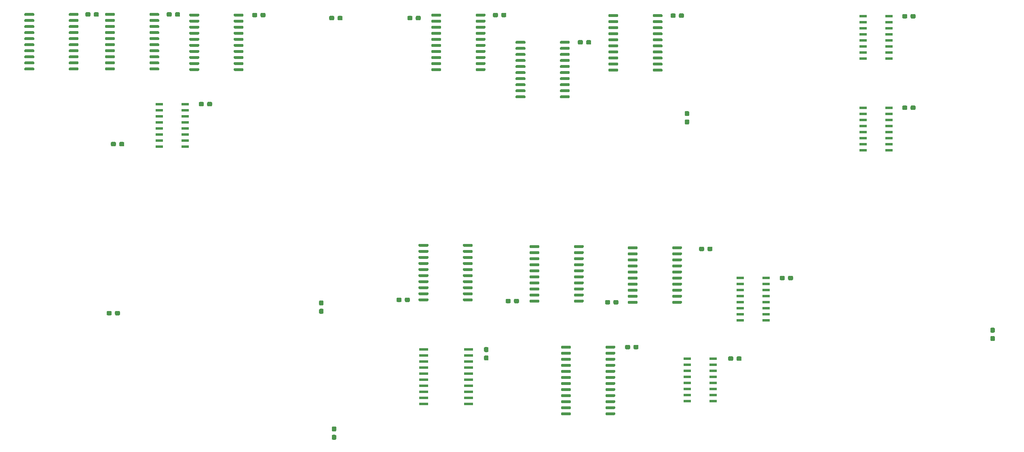
<source format=gbr>
G04 #@! TF.GenerationSoftware,KiCad,Pcbnew,5.1.6+dfsg1-1~bpo10+1*
G04 #@! TF.CreationDate,2020-05-26T13:58:40+10:00*
G04 #@! TF.ProjectId,FISC,46495343-2e6b-4696-9361-645f70636258,rev?*
G04 #@! TF.SameCoordinates,Original*
G04 #@! TF.FileFunction,Paste,Top*
G04 #@! TF.FilePolarity,Positive*
%FSLAX46Y46*%
G04 Gerber Fmt 4.6, Leading zero omitted, Abs format (unit mm)*
G04 Created by KiCad (PCBNEW 5.1.6+dfsg1-1~bpo10+1) date 2020-05-26 13:58:40*
%MOMM*%
%LPD*%
G01*
G04 APERTURE LIST*
%ADD10R,1.950000X0.600000*%
%ADD11R,1.500000X0.600000*%
G04 APERTURE END LIST*
G36*
G01*
X45125000Y-20089000D02*
X45125000Y-19789000D01*
G75*
G02*
X45275000Y-19639000I150000J0D01*
G01*
X47025000Y-19639000D01*
G75*
G02*
X47175000Y-19789000I0J-150000D01*
G01*
X47175000Y-20089000D01*
G75*
G02*
X47025000Y-20239000I-150000J0D01*
G01*
X45275000Y-20239000D01*
G75*
G02*
X45125000Y-20089000I0J150000D01*
G01*
G37*
G36*
G01*
X45125000Y-21359000D02*
X45125000Y-21059000D01*
G75*
G02*
X45275000Y-20909000I150000J0D01*
G01*
X47025000Y-20909000D01*
G75*
G02*
X47175000Y-21059000I0J-150000D01*
G01*
X47175000Y-21359000D01*
G75*
G02*
X47025000Y-21509000I-150000J0D01*
G01*
X45275000Y-21509000D01*
G75*
G02*
X45125000Y-21359000I0J150000D01*
G01*
G37*
G36*
G01*
X45125000Y-22629000D02*
X45125000Y-22329000D01*
G75*
G02*
X45275000Y-22179000I150000J0D01*
G01*
X47025000Y-22179000D01*
G75*
G02*
X47175000Y-22329000I0J-150000D01*
G01*
X47175000Y-22629000D01*
G75*
G02*
X47025000Y-22779000I-150000J0D01*
G01*
X45275000Y-22779000D01*
G75*
G02*
X45125000Y-22629000I0J150000D01*
G01*
G37*
G36*
G01*
X45125000Y-23899000D02*
X45125000Y-23599000D01*
G75*
G02*
X45275000Y-23449000I150000J0D01*
G01*
X47025000Y-23449000D01*
G75*
G02*
X47175000Y-23599000I0J-150000D01*
G01*
X47175000Y-23899000D01*
G75*
G02*
X47025000Y-24049000I-150000J0D01*
G01*
X45275000Y-24049000D01*
G75*
G02*
X45125000Y-23899000I0J150000D01*
G01*
G37*
G36*
G01*
X45125000Y-25169000D02*
X45125000Y-24869000D01*
G75*
G02*
X45275000Y-24719000I150000J0D01*
G01*
X47025000Y-24719000D01*
G75*
G02*
X47175000Y-24869000I0J-150000D01*
G01*
X47175000Y-25169000D01*
G75*
G02*
X47025000Y-25319000I-150000J0D01*
G01*
X45275000Y-25319000D01*
G75*
G02*
X45125000Y-25169000I0J150000D01*
G01*
G37*
G36*
G01*
X45125000Y-26439000D02*
X45125000Y-26139000D01*
G75*
G02*
X45275000Y-25989000I150000J0D01*
G01*
X47025000Y-25989000D01*
G75*
G02*
X47175000Y-26139000I0J-150000D01*
G01*
X47175000Y-26439000D01*
G75*
G02*
X47025000Y-26589000I-150000J0D01*
G01*
X45275000Y-26589000D01*
G75*
G02*
X45125000Y-26439000I0J150000D01*
G01*
G37*
G36*
G01*
X45125000Y-27709000D02*
X45125000Y-27409000D01*
G75*
G02*
X45275000Y-27259000I150000J0D01*
G01*
X47025000Y-27259000D01*
G75*
G02*
X47175000Y-27409000I0J-150000D01*
G01*
X47175000Y-27709000D01*
G75*
G02*
X47025000Y-27859000I-150000J0D01*
G01*
X45275000Y-27859000D01*
G75*
G02*
X45125000Y-27709000I0J150000D01*
G01*
G37*
G36*
G01*
X45125000Y-28979000D02*
X45125000Y-28679000D01*
G75*
G02*
X45275000Y-28529000I150000J0D01*
G01*
X47025000Y-28529000D01*
G75*
G02*
X47175000Y-28679000I0J-150000D01*
G01*
X47175000Y-28979000D01*
G75*
G02*
X47025000Y-29129000I-150000J0D01*
G01*
X45275000Y-29129000D01*
G75*
G02*
X45125000Y-28979000I0J150000D01*
G01*
G37*
G36*
G01*
X45125000Y-30249000D02*
X45125000Y-29949000D01*
G75*
G02*
X45275000Y-29799000I150000J0D01*
G01*
X47025000Y-29799000D01*
G75*
G02*
X47175000Y-29949000I0J-150000D01*
G01*
X47175000Y-30249000D01*
G75*
G02*
X47025000Y-30399000I-150000J0D01*
G01*
X45275000Y-30399000D01*
G75*
G02*
X45125000Y-30249000I0J150000D01*
G01*
G37*
G36*
G01*
X45125000Y-31519000D02*
X45125000Y-31219000D01*
G75*
G02*
X45275000Y-31069000I150000J0D01*
G01*
X47025000Y-31069000D01*
G75*
G02*
X47175000Y-31219000I0J-150000D01*
G01*
X47175000Y-31519000D01*
G75*
G02*
X47025000Y-31669000I-150000J0D01*
G01*
X45275000Y-31669000D01*
G75*
G02*
X45125000Y-31519000I0J150000D01*
G01*
G37*
G36*
G01*
X54425000Y-31519000D02*
X54425000Y-31219000D01*
G75*
G02*
X54575000Y-31069000I150000J0D01*
G01*
X56325000Y-31069000D01*
G75*
G02*
X56475000Y-31219000I0J-150000D01*
G01*
X56475000Y-31519000D01*
G75*
G02*
X56325000Y-31669000I-150000J0D01*
G01*
X54575000Y-31669000D01*
G75*
G02*
X54425000Y-31519000I0J150000D01*
G01*
G37*
G36*
G01*
X54425000Y-30249000D02*
X54425000Y-29949000D01*
G75*
G02*
X54575000Y-29799000I150000J0D01*
G01*
X56325000Y-29799000D01*
G75*
G02*
X56475000Y-29949000I0J-150000D01*
G01*
X56475000Y-30249000D01*
G75*
G02*
X56325000Y-30399000I-150000J0D01*
G01*
X54575000Y-30399000D01*
G75*
G02*
X54425000Y-30249000I0J150000D01*
G01*
G37*
G36*
G01*
X54425000Y-28979000D02*
X54425000Y-28679000D01*
G75*
G02*
X54575000Y-28529000I150000J0D01*
G01*
X56325000Y-28529000D01*
G75*
G02*
X56475000Y-28679000I0J-150000D01*
G01*
X56475000Y-28979000D01*
G75*
G02*
X56325000Y-29129000I-150000J0D01*
G01*
X54575000Y-29129000D01*
G75*
G02*
X54425000Y-28979000I0J150000D01*
G01*
G37*
G36*
G01*
X54425000Y-27709000D02*
X54425000Y-27409000D01*
G75*
G02*
X54575000Y-27259000I150000J0D01*
G01*
X56325000Y-27259000D01*
G75*
G02*
X56475000Y-27409000I0J-150000D01*
G01*
X56475000Y-27709000D01*
G75*
G02*
X56325000Y-27859000I-150000J0D01*
G01*
X54575000Y-27859000D01*
G75*
G02*
X54425000Y-27709000I0J150000D01*
G01*
G37*
G36*
G01*
X54425000Y-26439000D02*
X54425000Y-26139000D01*
G75*
G02*
X54575000Y-25989000I150000J0D01*
G01*
X56325000Y-25989000D01*
G75*
G02*
X56475000Y-26139000I0J-150000D01*
G01*
X56475000Y-26439000D01*
G75*
G02*
X56325000Y-26589000I-150000J0D01*
G01*
X54575000Y-26589000D01*
G75*
G02*
X54425000Y-26439000I0J150000D01*
G01*
G37*
G36*
G01*
X54425000Y-25169000D02*
X54425000Y-24869000D01*
G75*
G02*
X54575000Y-24719000I150000J0D01*
G01*
X56325000Y-24719000D01*
G75*
G02*
X56475000Y-24869000I0J-150000D01*
G01*
X56475000Y-25169000D01*
G75*
G02*
X56325000Y-25319000I-150000J0D01*
G01*
X54575000Y-25319000D01*
G75*
G02*
X54425000Y-25169000I0J150000D01*
G01*
G37*
G36*
G01*
X54425000Y-23899000D02*
X54425000Y-23599000D01*
G75*
G02*
X54575000Y-23449000I150000J0D01*
G01*
X56325000Y-23449000D01*
G75*
G02*
X56475000Y-23599000I0J-150000D01*
G01*
X56475000Y-23899000D01*
G75*
G02*
X56325000Y-24049000I-150000J0D01*
G01*
X54575000Y-24049000D01*
G75*
G02*
X54425000Y-23899000I0J150000D01*
G01*
G37*
G36*
G01*
X54425000Y-22629000D02*
X54425000Y-22329000D01*
G75*
G02*
X54575000Y-22179000I150000J0D01*
G01*
X56325000Y-22179000D01*
G75*
G02*
X56475000Y-22329000I0J-150000D01*
G01*
X56475000Y-22629000D01*
G75*
G02*
X56325000Y-22779000I-150000J0D01*
G01*
X54575000Y-22779000D01*
G75*
G02*
X54425000Y-22629000I0J150000D01*
G01*
G37*
G36*
G01*
X54425000Y-21359000D02*
X54425000Y-21059000D01*
G75*
G02*
X54575000Y-20909000I150000J0D01*
G01*
X56325000Y-20909000D01*
G75*
G02*
X56475000Y-21059000I0J-150000D01*
G01*
X56475000Y-21359000D01*
G75*
G02*
X56325000Y-21509000I-150000J0D01*
G01*
X54575000Y-21509000D01*
G75*
G02*
X54425000Y-21359000I0J150000D01*
G01*
G37*
G36*
G01*
X54425000Y-20089000D02*
X54425000Y-19789000D01*
G75*
G02*
X54575000Y-19639000I150000J0D01*
G01*
X56325000Y-19639000D01*
G75*
G02*
X56475000Y-19789000I0J-150000D01*
G01*
X56475000Y-20089000D01*
G75*
G02*
X56325000Y-20239000I-150000J0D01*
G01*
X54575000Y-20239000D01*
G75*
G02*
X54425000Y-20089000I0J150000D01*
G01*
G37*
G36*
G01*
X72078000Y-20216000D02*
X72078000Y-19916000D01*
G75*
G02*
X72228000Y-19766000I150000J0D01*
G01*
X73978000Y-19766000D01*
G75*
G02*
X74128000Y-19916000I0J-150000D01*
G01*
X74128000Y-20216000D01*
G75*
G02*
X73978000Y-20366000I-150000J0D01*
G01*
X72228000Y-20366000D01*
G75*
G02*
X72078000Y-20216000I0J150000D01*
G01*
G37*
G36*
G01*
X72078000Y-21486000D02*
X72078000Y-21186000D01*
G75*
G02*
X72228000Y-21036000I150000J0D01*
G01*
X73978000Y-21036000D01*
G75*
G02*
X74128000Y-21186000I0J-150000D01*
G01*
X74128000Y-21486000D01*
G75*
G02*
X73978000Y-21636000I-150000J0D01*
G01*
X72228000Y-21636000D01*
G75*
G02*
X72078000Y-21486000I0J150000D01*
G01*
G37*
G36*
G01*
X72078000Y-22756000D02*
X72078000Y-22456000D01*
G75*
G02*
X72228000Y-22306000I150000J0D01*
G01*
X73978000Y-22306000D01*
G75*
G02*
X74128000Y-22456000I0J-150000D01*
G01*
X74128000Y-22756000D01*
G75*
G02*
X73978000Y-22906000I-150000J0D01*
G01*
X72228000Y-22906000D01*
G75*
G02*
X72078000Y-22756000I0J150000D01*
G01*
G37*
G36*
G01*
X72078000Y-24026000D02*
X72078000Y-23726000D01*
G75*
G02*
X72228000Y-23576000I150000J0D01*
G01*
X73978000Y-23576000D01*
G75*
G02*
X74128000Y-23726000I0J-150000D01*
G01*
X74128000Y-24026000D01*
G75*
G02*
X73978000Y-24176000I-150000J0D01*
G01*
X72228000Y-24176000D01*
G75*
G02*
X72078000Y-24026000I0J150000D01*
G01*
G37*
G36*
G01*
X72078000Y-25296000D02*
X72078000Y-24996000D01*
G75*
G02*
X72228000Y-24846000I150000J0D01*
G01*
X73978000Y-24846000D01*
G75*
G02*
X74128000Y-24996000I0J-150000D01*
G01*
X74128000Y-25296000D01*
G75*
G02*
X73978000Y-25446000I-150000J0D01*
G01*
X72228000Y-25446000D01*
G75*
G02*
X72078000Y-25296000I0J150000D01*
G01*
G37*
G36*
G01*
X72078000Y-26566000D02*
X72078000Y-26266000D01*
G75*
G02*
X72228000Y-26116000I150000J0D01*
G01*
X73978000Y-26116000D01*
G75*
G02*
X74128000Y-26266000I0J-150000D01*
G01*
X74128000Y-26566000D01*
G75*
G02*
X73978000Y-26716000I-150000J0D01*
G01*
X72228000Y-26716000D01*
G75*
G02*
X72078000Y-26566000I0J150000D01*
G01*
G37*
G36*
G01*
X72078000Y-27836000D02*
X72078000Y-27536000D01*
G75*
G02*
X72228000Y-27386000I150000J0D01*
G01*
X73978000Y-27386000D01*
G75*
G02*
X74128000Y-27536000I0J-150000D01*
G01*
X74128000Y-27836000D01*
G75*
G02*
X73978000Y-27986000I-150000J0D01*
G01*
X72228000Y-27986000D01*
G75*
G02*
X72078000Y-27836000I0J150000D01*
G01*
G37*
G36*
G01*
X72078000Y-29106000D02*
X72078000Y-28806000D01*
G75*
G02*
X72228000Y-28656000I150000J0D01*
G01*
X73978000Y-28656000D01*
G75*
G02*
X74128000Y-28806000I0J-150000D01*
G01*
X74128000Y-29106000D01*
G75*
G02*
X73978000Y-29256000I-150000J0D01*
G01*
X72228000Y-29256000D01*
G75*
G02*
X72078000Y-29106000I0J150000D01*
G01*
G37*
G36*
G01*
X72078000Y-30376000D02*
X72078000Y-30076000D01*
G75*
G02*
X72228000Y-29926000I150000J0D01*
G01*
X73978000Y-29926000D01*
G75*
G02*
X74128000Y-30076000I0J-150000D01*
G01*
X74128000Y-30376000D01*
G75*
G02*
X73978000Y-30526000I-150000J0D01*
G01*
X72228000Y-30526000D01*
G75*
G02*
X72078000Y-30376000I0J150000D01*
G01*
G37*
G36*
G01*
X72078000Y-31646000D02*
X72078000Y-31346000D01*
G75*
G02*
X72228000Y-31196000I150000J0D01*
G01*
X73978000Y-31196000D01*
G75*
G02*
X74128000Y-31346000I0J-150000D01*
G01*
X74128000Y-31646000D01*
G75*
G02*
X73978000Y-31796000I-150000J0D01*
G01*
X72228000Y-31796000D01*
G75*
G02*
X72078000Y-31646000I0J150000D01*
G01*
G37*
G36*
G01*
X62778000Y-31646000D02*
X62778000Y-31346000D01*
G75*
G02*
X62928000Y-31196000I150000J0D01*
G01*
X64678000Y-31196000D01*
G75*
G02*
X64828000Y-31346000I0J-150000D01*
G01*
X64828000Y-31646000D01*
G75*
G02*
X64678000Y-31796000I-150000J0D01*
G01*
X62928000Y-31796000D01*
G75*
G02*
X62778000Y-31646000I0J150000D01*
G01*
G37*
G36*
G01*
X62778000Y-30376000D02*
X62778000Y-30076000D01*
G75*
G02*
X62928000Y-29926000I150000J0D01*
G01*
X64678000Y-29926000D01*
G75*
G02*
X64828000Y-30076000I0J-150000D01*
G01*
X64828000Y-30376000D01*
G75*
G02*
X64678000Y-30526000I-150000J0D01*
G01*
X62928000Y-30526000D01*
G75*
G02*
X62778000Y-30376000I0J150000D01*
G01*
G37*
G36*
G01*
X62778000Y-29106000D02*
X62778000Y-28806000D01*
G75*
G02*
X62928000Y-28656000I150000J0D01*
G01*
X64678000Y-28656000D01*
G75*
G02*
X64828000Y-28806000I0J-150000D01*
G01*
X64828000Y-29106000D01*
G75*
G02*
X64678000Y-29256000I-150000J0D01*
G01*
X62928000Y-29256000D01*
G75*
G02*
X62778000Y-29106000I0J150000D01*
G01*
G37*
G36*
G01*
X62778000Y-27836000D02*
X62778000Y-27536000D01*
G75*
G02*
X62928000Y-27386000I150000J0D01*
G01*
X64678000Y-27386000D01*
G75*
G02*
X64828000Y-27536000I0J-150000D01*
G01*
X64828000Y-27836000D01*
G75*
G02*
X64678000Y-27986000I-150000J0D01*
G01*
X62928000Y-27986000D01*
G75*
G02*
X62778000Y-27836000I0J150000D01*
G01*
G37*
G36*
G01*
X62778000Y-26566000D02*
X62778000Y-26266000D01*
G75*
G02*
X62928000Y-26116000I150000J0D01*
G01*
X64678000Y-26116000D01*
G75*
G02*
X64828000Y-26266000I0J-150000D01*
G01*
X64828000Y-26566000D01*
G75*
G02*
X64678000Y-26716000I-150000J0D01*
G01*
X62928000Y-26716000D01*
G75*
G02*
X62778000Y-26566000I0J150000D01*
G01*
G37*
G36*
G01*
X62778000Y-25296000D02*
X62778000Y-24996000D01*
G75*
G02*
X62928000Y-24846000I150000J0D01*
G01*
X64678000Y-24846000D01*
G75*
G02*
X64828000Y-24996000I0J-150000D01*
G01*
X64828000Y-25296000D01*
G75*
G02*
X64678000Y-25446000I-150000J0D01*
G01*
X62928000Y-25446000D01*
G75*
G02*
X62778000Y-25296000I0J150000D01*
G01*
G37*
G36*
G01*
X62778000Y-24026000D02*
X62778000Y-23726000D01*
G75*
G02*
X62928000Y-23576000I150000J0D01*
G01*
X64678000Y-23576000D01*
G75*
G02*
X64828000Y-23726000I0J-150000D01*
G01*
X64828000Y-24026000D01*
G75*
G02*
X64678000Y-24176000I-150000J0D01*
G01*
X62928000Y-24176000D01*
G75*
G02*
X62778000Y-24026000I0J150000D01*
G01*
G37*
G36*
G01*
X62778000Y-22756000D02*
X62778000Y-22456000D01*
G75*
G02*
X62928000Y-22306000I150000J0D01*
G01*
X64678000Y-22306000D01*
G75*
G02*
X64828000Y-22456000I0J-150000D01*
G01*
X64828000Y-22756000D01*
G75*
G02*
X64678000Y-22906000I-150000J0D01*
G01*
X62928000Y-22906000D01*
G75*
G02*
X62778000Y-22756000I0J150000D01*
G01*
G37*
G36*
G01*
X62778000Y-21486000D02*
X62778000Y-21186000D01*
G75*
G02*
X62928000Y-21036000I150000J0D01*
G01*
X64678000Y-21036000D01*
G75*
G02*
X64828000Y-21186000I0J-150000D01*
G01*
X64828000Y-21486000D01*
G75*
G02*
X64678000Y-21636000I-150000J0D01*
G01*
X62928000Y-21636000D01*
G75*
G02*
X62778000Y-21486000I0J150000D01*
G01*
G37*
G36*
G01*
X62778000Y-20216000D02*
X62778000Y-19916000D01*
G75*
G02*
X62928000Y-19766000I150000J0D01*
G01*
X64678000Y-19766000D01*
G75*
G02*
X64828000Y-19916000I0J-150000D01*
G01*
X64828000Y-20216000D01*
G75*
G02*
X64678000Y-20366000I-150000J0D01*
G01*
X62928000Y-20366000D01*
G75*
G02*
X62778000Y-20216000I0J150000D01*
G01*
G37*
G36*
G01*
X28234000Y-20089000D02*
X28234000Y-19789000D01*
G75*
G02*
X28384000Y-19639000I150000J0D01*
G01*
X30134000Y-19639000D01*
G75*
G02*
X30284000Y-19789000I0J-150000D01*
G01*
X30284000Y-20089000D01*
G75*
G02*
X30134000Y-20239000I-150000J0D01*
G01*
X28384000Y-20239000D01*
G75*
G02*
X28234000Y-20089000I0J150000D01*
G01*
G37*
G36*
G01*
X28234000Y-21359000D02*
X28234000Y-21059000D01*
G75*
G02*
X28384000Y-20909000I150000J0D01*
G01*
X30134000Y-20909000D01*
G75*
G02*
X30284000Y-21059000I0J-150000D01*
G01*
X30284000Y-21359000D01*
G75*
G02*
X30134000Y-21509000I-150000J0D01*
G01*
X28384000Y-21509000D01*
G75*
G02*
X28234000Y-21359000I0J150000D01*
G01*
G37*
G36*
G01*
X28234000Y-22629000D02*
X28234000Y-22329000D01*
G75*
G02*
X28384000Y-22179000I150000J0D01*
G01*
X30134000Y-22179000D01*
G75*
G02*
X30284000Y-22329000I0J-150000D01*
G01*
X30284000Y-22629000D01*
G75*
G02*
X30134000Y-22779000I-150000J0D01*
G01*
X28384000Y-22779000D01*
G75*
G02*
X28234000Y-22629000I0J150000D01*
G01*
G37*
G36*
G01*
X28234000Y-23899000D02*
X28234000Y-23599000D01*
G75*
G02*
X28384000Y-23449000I150000J0D01*
G01*
X30134000Y-23449000D01*
G75*
G02*
X30284000Y-23599000I0J-150000D01*
G01*
X30284000Y-23899000D01*
G75*
G02*
X30134000Y-24049000I-150000J0D01*
G01*
X28384000Y-24049000D01*
G75*
G02*
X28234000Y-23899000I0J150000D01*
G01*
G37*
G36*
G01*
X28234000Y-25169000D02*
X28234000Y-24869000D01*
G75*
G02*
X28384000Y-24719000I150000J0D01*
G01*
X30134000Y-24719000D01*
G75*
G02*
X30284000Y-24869000I0J-150000D01*
G01*
X30284000Y-25169000D01*
G75*
G02*
X30134000Y-25319000I-150000J0D01*
G01*
X28384000Y-25319000D01*
G75*
G02*
X28234000Y-25169000I0J150000D01*
G01*
G37*
G36*
G01*
X28234000Y-26439000D02*
X28234000Y-26139000D01*
G75*
G02*
X28384000Y-25989000I150000J0D01*
G01*
X30134000Y-25989000D01*
G75*
G02*
X30284000Y-26139000I0J-150000D01*
G01*
X30284000Y-26439000D01*
G75*
G02*
X30134000Y-26589000I-150000J0D01*
G01*
X28384000Y-26589000D01*
G75*
G02*
X28234000Y-26439000I0J150000D01*
G01*
G37*
G36*
G01*
X28234000Y-27709000D02*
X28234000Y-27409000D01*
G75*
G02*
X28384000Y-27259000I150000J0D01*
G01*
X30134000Y-27259000D01*
G75*
G02*
X30284000Y-27409000I0J-150000D01*
G01*
X30284000Y-27709000D01*
G75*
G02*
X30134000Y-27859000I-150000J0D01*
G01*
X28384000Y-27859000D01*
G75*
G02*
X28234000Y-27709000I0J150000D01*
G01*
G37*
G36*
G01*
X28234000Y-28979000D02*
X28234000Y-28679000D01*
G75*
G02*
X28384000Y-28529000I150000J0D01*
G01*
X30134000Y-28529000D01*
G75*
G02*
X30284000Y-28679000I0J-150000D01*
G01*
X30284000Y-28979000D01*
G75*
G02*
X30134000Y-29129000I-150000J0D01*
G01*
X28384000Y-29129000D01*
G75*
G02*
X28234000Y-28979000I0J150000D01*
G01*
G37*
G36*
G01*
X28234000Y-30249000D02*
X28234000Y-29949000D01*
G75*
G02*
X28384000Y-29799000I150000J0D01*
G01*
X30134000Y-29799000D01*
G75*
G02*
X30284000Y-29949000I0J-150000D01*
G01*
X30284000Y-30249000D01*
G75*
G02*
X30134000Y-30399000I-150000J0D01*
G01*
X28384000Y-30399000D01*
G75*
G02*
X28234000Y-30249000I0J150000D01*
G01*
G37*
G36*
G01*
X28234000Y-31519000D02*
X28234000Y-31219000D01*
G75*
G02*
X28384000Y-31069000I150000J0D01*
G01*
X30134000Y-31069000D01*
G75*
G02*
X30284000Y-31219000I0J-150000D01*
G01*
X30284000Y-31519000D01*
G75*
G02*
X30134000Y-31669000I-150000J0D01*
G01*
X28384000Y-31669000D01*
G75*
G02*
X28234000Y-31519000I0J150000D01*
G01*
G37*
G36*
G01*
X37534000Y-31519000D02*
X37534000Y-31219000D01*
G75*
G02*
X37684000Y-31069000I150000J0D01*
G01*
X39434000Y-31069000D01*
G75*
G02*
X39584000Y-31219000I0J-150000D01*
G01*
X39584000Y-31519000D01*
G75*
G02*
X39434000Y-31669000I-150000J0D01*
G01*
X37684000Y-31669000D01*
G75*
G02*
X37534000Y-31519000I0J150000D01*
G01*
G37*
G36*
G01*
X37534000Y-30249000D02*
X37534000Y-29949000D01*
G75*
G02*
X37684000Y-29799000I150000J0D01*
G01*
X39434000Y-29799000D01*
G75*
G02*
X39584000Y-29949000I0J-150000D01*
G01*
X39584000Y-30249000D01*
G75*
G02*
X39434000Y-30399000I-150000J0D01*
G01*
X37684000Y-30399000D01*
G75*
G02*
X37534000Y-30249000I0J150000D01*
G01*
G37*
G36*
G01*
X37534000Y-28979000D02*
X37534000Y-28679000D01*
G75*
G02*
X37684000Y-28529000I150000J0D01*
G01*
X39434000Y-28529000D01*
G75*
G02*
X39584000Y-28679000I0J-150000D01*
G01*
X39584000Y-28979000D01*
G75*
G02*
X39434000Y-29129000I-150000J0D01*
G01*
X37684000Y-29129000D01*
G75*
G02*
X37534000Y-28979000I0J150000D01*
G01*
G37*
G36*
G01*
X37534000Y-27709000D02*
X37534000Y-27409000D01*
G75*
G02*
X37684000Y-27259000I150000J0D01*
G01*
X39434000Y-27259000D01*
G75*
G02*
X39584000Y-27409000I0J-150000D01*
G01*
X39584000Y-27709000D01*
G75*
G02*
X39434000Y-27859000I-150000J0D01*
G01*
X37684000Y-27859000D01*
G75*
G02*
X37534000Y-27709000I0J150000D01*
G01*
G37*
G36*
G01*
X37534000Y-26439000D02*
X37534000Y-26139000D01*
G75*
G02*
X37684000Y-25989000I150000J0D01*
G01*
X39434000Y-25989000D01*
G75*
G02*
X39584000Y-26139000I0J-150000D01*
G01*
X39584000Y-26439000D01*
G75*
G02*
X39434000Y-26589000I-150000J0D01*
G01*
X37684000Y-26589000D01*
G75*
G02*
X37534000Y-26439000I0J150000D01*
G01*
G37*
G36*
G01*
X37534000Y-25169000D02*
X37534000Y-24869000D01*
G75*
G02*
X37684000Y-24719000I150000J0D01*
G01*
X39434000Y-24719000D01*
G75*
G02*
X39584000Y-24869000I0J-150000D01*
G01*
X39584000Y-25169000D01*
G75*
G02*
X39434000Y-25319000I-150000J0D01*
G01*
X37684000Y-25319000D01*
G75*
G02*
X37534000Y-25169000I0J150000D01*
G01*
G37*
G36*
G01*
X37534000Y-23899000D02*
X37534000Y-23599000D01*
G75*
G02*
X37684000Y-23449000I150000J0D01*
G01*
X39434000Y-23449000D01*
G75*
G02*
X39584000Y-23599000I0J-150000D01*
G01*
X39584000Y-23899000D01*
G75*
G02*
X39434000Y-24049000I-150000J0D01*
G01*
X37684000Y-24049000D01*
G75*
G02*
X37534000Y-23899000I0J150000D01*
G01*
G37*
G36*
G01*
X37534000Y-22629000D02*
X37534000Y-22329000D01*
G75*
G02*
X37684000Y-22179000I150000J0D01*
G01*
X39434000Y-22179000D01*
G75*
G02*
X39584000Y-22329000I0J-150000D01*
G01*
X39584000Y-22629000D01*
G75*
G02*
X39434000Y-22779000I-150000J0D01*
G01*
X37684000Y-22779000D01*
G75*
G02*
X37534000Y-22629000I0J150000D01*
G01*
G37*
G36*
G01*
X37534000Y-21359000D02*
X37534000Y-21059000D01*
G75*
G02*
X37684000Y-20909000I150000J0D01*
G01*
X39434000Y-20909000D01*
G75*
G02*
X39584000Y-21059000I0J-150000D01*
G01*
X39584000Y-21359000D01*
G75*
G02*
X39434000Y-21509000I-150000J0D01*
G01*
X37684000Y-21509000D01*
G75*
G02*
X37534000Y-21359000I0J150000D01*
G01*
G37*
G36*
G01*
X37534000Y-20089000D02*
X37534000Y-19789000D01*
G75*
G02*
X37684000Y-19639000I150000J0D01*
G01*
X39434000Y-19639000D01*
G75*
G02*
X39584000Y-19789000I0J-150000D01*
G01*
X39584000Y-20089000D01*
G75*
G02*
X39434000Y-20239000I-150000J0D01*
G01*
X37684000Y-20239000D01*
G75*
G02*
X37534000Y-20089000I0J150000D01*
G01*
G37*
G36*
G01*
X122751000Y-20216000D02*
X122751000Y-19916000D01*
G75*
G02*
X122901000Y-19766000I150000J0D01*
G01*
X124651000Y-19766000D01*
G75*
G02*
X124801000Y-19916000I0J-150000D01*
G01*
X124801000Y-20216000D01*
G75*
G02*
X124651000Y-20366000I-150000J0D01*
G01*
X122901000Y-20366000D01*
G75*
G02*
X122751000Y-20216000I0J150000D01*
G01*
G37*
G36*
G01*
X122751000Y-21486000D02*
X122751000Y-21186000D01*
G75*
G02*
X122901000Y-21036000I150000J0D01*
G01*
X124651000Y-21036000D01*
G75*
G02*
X124801000Y-21186000I0J-150000D01*
G01*
X124801000Y-21486000D01*
G75*
G02*
X124651000Y-21636000I-150000J0D01*
G01*
X122901000Y-21636000D01*
G75*
G02*
X122751000Y-21486000I0J150000D01*
G01*
G37*
G36*
G01*
X122751000Y-22756000D02*
X122751000Y-22456000D01*
G75*
G02*
X122901000Y-22306000I150000J0D01*
G01*
X124651000Y-22306000D01*
G75*
G02*
X124801000Y-22456000I0J-150000D01*
G01*
X124801000Y-22756000D01*
G75*
G02*
X124651000Y-22906000I-150000J0D01*
G01*
X122901000Y-22906000D01*
G75*
G02*
X122751000Y-22756000I0J150000D01*
G01*
G37*
G36*
G01*
X122751000Y-24026000D02*
X122751000Y-23726000D01*
G75*
G02*
X122901000Y-23576000I150000J0D01*
G01*
X124651000Y-23576000D01*
G75*
G02*
X124801000Y-23726000I0J-150000D01*
G01*
X124801000Y-24026000D01*
G75*
G02*
X124651000Y-24176000I-150000J0D01*
G01*
X122901000Y-24176000D01*
G75*
G02*
X122751000Y-24026000I0J150000D01*
G01*
G37*
G36*
G01*
X122751000Y-25296000D02*
X122751000Y-24996000D01*
G75*
G02*
X122901000Y-24846000I150000J0D01*
G01*
X124651000Y-24846000D01*
G75*
G02*
X124801000Y-24996000I0J-150000D01*
G01*
X124801000Y-25296000D01*
G75*
G02*
X124651000Y-25446000I-150000J0D01*
G01*
X122901000Y-25446000D01*
G75*
G02*
X122751000Y-25296000I0J150000D01*
G01*
G37*
G36*
G01*
X122751000Y-26566000D02*
X122751000Y-26266000D01*
G75*
G02*
X122901000Y-26116000I150000J0D01*
G01*
X124651000Y-26116000D01*
G75*
G02*
X124801000Y-26266000I0J-150000D01*
G01*
X124801000Y-26566000D01*
G75*
G02*
X124651000Y-26716000I-150000J0D01*
G01*
X122901000Y-26716000D01*
G75*
G02*
X122751000Y-26566000I0J150000D01*
G01*
G37*
G36*
G01*
X122751000Y-27836000D02*
X122751000Y-27536000D01*
G75*
G02*
X122901000Y-27386000I150000J0D01*
G01*
X124651000Y-27386000D01*
G75*
G02*
X124801000Y-27536000I0J-150000D01*
G01*
X124801000Y-27836000D01*
G75*
G02*
X124651000Y-27986000I-150000J0D01*
G01*
X122901000Y-27986000D01*
G75*
G02*
X122751000Y-27836000I0J150000D01*
G01*
G37*
G36*
G01*
X122751000Y-29106000D02*
X122751000Y-28806000D01*
G75*
G02*
X122901000Y-28656000I150000J0D01*
G01*
X124651000Y-28656000D01*
G75*
G02*
X124801000Y-28806000I0J-150000D01*
G01*
X124801000Y-29106000D01*
G75*
G02*
X124651000Y-29256000I-150000J0D01*
G01*
X122901000Y-29256000D01*
G75*
G02*
X122751000Y-29106000I0J150000D01*
G01*
G37*
G36*
G01*
X122751000Y-30376000D02*
X122751000Y-30076000D01*
G75*
G02*
X122901000Y-29926000I150000J0D01*
G01*
X124651000Y-29926000D01*
G75*
G02*
X124801000Y-30076000I0J-150000D01*
G01*
X124801000Y-30376000D01*
G75*
G02*
X124651000Y-30526000I-150000J0D01*
G01*
X122901000Y-30526000D01*
G75*
G02*
X122751000Y-30376000I0J150000D01*
G01*
G37*
G36*
G01*
X122751000Y-31646000D02*
X122751000Y-31346000D01*
G75*
G02*
X122901000Y-31196000I150000J0D01*
G01*
X124651000Y-31196000D01*
G75*
G02*
X124801000Y-31346000I0J-150000D01*
G01*
X124801000Y-31646000D01*
G75*
G02*
X124651000Y-31796000I-150000J0D01*
G01*
X122901000Y-31796000D01*
G75*
G02*
X122751000Y-31646000I0J150000D01*
G01*
G37*
G36*
G01*
X113451000Y-31646000D02*
X113451000Y-31346000D01*
G75*
G02*
X113601000Y-31196000I150000J0D01*
G01*
X115351000Y-31196000D01*
G75*
G02*
X115501000Y-31346000I0J-150000D01*
G01*
X115501000Y-31646000D01*
G75*
G02*
X115351000Y-31796000I-150000J0D01*
G01*
X113601000Y-31796000D01*
G75*
G02*
X113451000Y-31646000I0J150000D01*
G01*
G37*
G36*
G01*
X113451000Y-30376000D02*
X113451000Y-30076000D01*
G75*
G02*
X113601000Y-29926000I150000J0D01*
G01*
X115351000Y-29926000D01*
G75*
G02*
X115501000Y-30076000I0J-150000D01*
G01*
X115501000Y-30376000D01*
G75*
G02*
X115351000Y-30526000I-150000J0D01*
G01*
X113601000Y-30526000D01*
G75*
G02*
X113451000Y-30376000I0J150000D01*
G01*
G37*
G36*
G01*
X113451000Y-29106000D02*
X113451000Y-28806000D01*
G75*
G02*
X113601000Y-28656000I150000J0D01*
G01*
X115351000Y-28656000D01*
G75*
G02*
X115501000Y-28806000I0J-150000D01*
G01*
X115501000Y-29106000D01*
G75*
G02*
X115351000Y-29256000I-150000J0D01*
G01*
X113601000Y-29256000D01*
G75*
G02*
X113451000Y-29106000I0J150000D01*
G01*
G37*
G36*
G01*
X113451000Y-27836000D02*
X113451000Y-27536000D01*
G75*
G02*
X113601000Y-27386000I150000J0D01*
G01*
X115351000Y-27386000D01*
G75*
G02*
X115501000Y-27536000I0J-150000D01*
G01*
X115501000Y-27836000D01*
G75*
G02*
X115351000Y-27986000I-150000J0D01*
G01*
X113601000Y-27986000D01*
G75*
G02*
X113451000Y-27836000I0J150000D01*
G01*
G37*
G36*
G01*
X113451000Y-26566000D02*
X113451000Y-26266000D01*
G75*
G02*
X113601000Y-26116000I150000J0D01*
G01*
X115351000Y-26116000D01*
G75*
G02*
X115501000Y-26266000I0J-150000D01*
G01*
X115501000Y-26566000D01*
G75*
G02*
X115351000Y-26716000I-150000J0D01*
G01*
X113601000Y-26716000D01*
G75*
G02*
X113451000Y-26566000I0J150000D01*
G01*
G37*
G36*
G01*
X113451000Y-25296000D02*
X113451000Y-24996000D01*
G75*
G02*
X113601000Y-24846000I150000J0D01*
G01*
X115351000Y-24846000D01*
G75*
G02*
X115501000Y-24996000I0J-150000D01*
G01*
X115501000Y-25296000D01*
G75*
G02*
X115351000Y-25446000I-150000J0D01*
G01*
X113601000Y-25446000D01*
G75*
G02*
X113451000Y-25296000I0J150000D01*
G01*
G37*
G36*
G01*
X113451000Y-24026000D02*
X113451000Y-23726000D01*
G75*
G02*
X113601000Y-23576000I150000J0D01*
G01*
X115351000Y-23576000D01*
G75*
G02*
X115501000Y-23726000I0J-150000D01*
G01*
X115501000Y-24026000D01*
G75*
G02*
X115351000Y-24176000I-150000J0D01*
G01*
X113601000Y-24176000D01*
G75*
G02*
X113451000Y-24026000I0J150000D01*
G01*
G37*
G36*
G01*
X113451000Y-22756000D02*
X113451000Y-22456000D01*
G75*
G02*
X113601000Y-22306000I150000J0D01*
G01*
X115351000Y-22306000D01*
G75*
G02*
X115501000Y-22456000I0J-150000D01*
G01*
X115501000Y-22756000D01*
G75*
G02*
X115351000Y-22906000I-150000J0D01*
G01*
X113601000Y-22906000D01*
G75*
G02*
X113451000Y-22756000I0J150000D01*
G01*
G37*
G36*
G01*
X113451000Y-21486000D02*
X113451000Y-21186000D01*
G75*
G02*
X113601000Y-21036000I150000J0D01*
G01*
X115351000Y-21036000D01*
G75*
G02*
X115501000Y-21186000I0J-150000D01*
G01*
X115501000Y-21486000D01*
G75*
G02*
X115351000Y-21636000I-150000J0D01*
G01*
X113601000Y-21636000D01*
G75*
G02*
X113451000Y-21486000I0J150000D01*
G01*
G37*
G36*
G01*
X113451000Y-20216000D02*
X113451000Y-19916000D01*
G75*
G02*
X113601000Y-19766000I150000J0D01*
G01*
X115351000Y-19766000D01*
G75*
G02*
X115501000Y-19916000I0J-150000D01*
G01*
X115501000Y-20216000D01*
G75*
G02*
X115351000Y-20366000I-150000J0D01*
G01*
X113601000Y-20366000D01*
G75*
G02*
X113451000Y-20216000I0J150000D01*
G01*
G37*
G36*
G01*
X165949000Y-80114000D02*
X165949000Y-80414000D01*
G75*
G02*
X165799000Y-80564000I-150000J0D01*
G01*
X164049000Y-80564000D01*
G75*
G02*
X163899000Y-80414000I0J150000D01*
G01*
X163899000Y-80114000D01*
G75*
G02*
X164049000Y-79964000I150000J0D01*
G01*
X165799000Y-79964000D01*
G75*
G02*
X165949000Y-80114000I0J-150000D01*
G01*
G37*
G36*
G01*
X165949000Y-78844000D02*
X165949000Y-79144000D01*
G75*
G02*
X165799000Y-79294000I-150000J0D01*
G01*
X164049000Y-79294000D01*
G75*
G02*
X163899000Y-79144000I0J150000D01*
G01*
X163899000Y-78844000D01*
G75*
G02*
X164049000Y-78694000I150000J0D01*
G01*
X165799000Y-78694000D01*
G75*
G02*
X165949000Y-78844000I0J-150000D01*
G01*
G37*
G36*
G01*
X165949000Y-77574000D02*
X165949000Y-77874000D01*
G75*
G02*
X165799000Y-78024000I-150000J0D01*
G01*
X164049000Y-78024000D01*
G75*
G02*
X163899000Y-77874000I0J150000D01*
G01*
X163899000Y-77574000D01*
G75*
G02*
X164049000Y-77424000I150000J0D01*
G01*
X165799000Y-77424000D01*
G75*
G02*
X165949000Y-77574000I0J-150000D01*
G01*
G37*
G36*
G01*
X165949000Y-76304000D02*
X165949000Y-76604000D01*
G75*
G02*
X165799000Y-76754000I-150000J0D01*
G01*
X164049000Y-76754000D01*
G75*
G02*
X163899000Y-76604000I0J150000D01*
G01*
X163899000Y-76304000D01*
G75*
G02*
X164049000Y-76154000I150000J0D01*
G01*
X165799000Y-76154000D01*
G75*
G02*
X165949000Y-76304000I0J-150000D01*
G01*
G37*
G36*
G01*
X165949000Y-75034000D02*
X165949000Y-75334000D01*
G75*
G02*
X165799000Y-75484000I-150000J0D01*
G01*
X164049000Y-75484000D01*
G75*
G02*
X163899000Y-75334000I0J150000D01*
G01*
X163899000Y-75034000D01*
G75*
G02*
X164049000Y-74884000I150000J0D01*
G01*
X165799000Y-74884000D01*
G75*
G02*
X165949000Y-75034000I0J-150000D01*
G01*
G37*
G36*
G01*
X165949000Y-73764000D02*
X165949000Y-74064000D01*
G75*
G02*
X165799000Y-74214000I-150000J0D01*
G01*
X164049000Y-74214000D01*
G75*
G02*
X163899000Y-74064000I0J150000D01*
G01*
X163899000Y-73764000D01*
G75*
G02*
X164049000Y-73614000I150000J0D01*
G01*
X165799000Y-73614000D01*
G75*
G02*
X165949000Y-73764000I0J-150000D01*
G01*
G37*
G36*
G01*
X165949000Y-72494000D02*
X165949000Y-72794000D01*
G75*
G02*
X165799000Y-72944000I-150000J0D01*
G01*
X164049000Y-72944000D01*
G75*
G02*
X163899000Y-72794000I0J150000D01*
G01*
X163899000Y-72494000D01*
G75*
G02*
X164049000Y-72344000I150000J0D01*
G01*
X165799000Y-72344000D01*
G75*
G02*
X165949000Y-72494000I0J-150000D01*
G01*
G37*
G36*
G01*
X165949000Y-71224000D02*
X165949000Y-71524000D01*
G75*
G02*
X165799000Y-71674000I-150000J0D01*
G01*
X164049000Y-71674000D01*
G75*
G02*
X163899000Y-71524000I0J150000D01*
G01*
X163899000Y-71224000D01*
G75*
G02*
X164049000Y-71074000I150000J0D01*
G01*
X165799000Y-71074000D01*
G75*
G02*
X165949000Y-71224000I0J-150000D01*
G01*
G37*
G36*
G01*
X165949000Y-69954000D02*
X165949000Y-70254000D01*
G75*
G02*
X165799000Y-70404000I-150000J0D01*
G01*
X164049000Y-70404000D01*
G75*
G02*
X163899000Y-70254000I0J150000D01*
G01*
X163899000Y-69954000D01*
G75*
G02*
X164049000Y-69804000I150000J0D01*
G01*
X165799000Y-69804000D01*
G75*
G02*
X165949000Y-69954000I0J-150000D01*
G01*
G37*
G36*
G01*
X165949000Y-68684000D02*
X165949000Y-68984000D01*
G75*
G02*
X165799000Y-69134000I-150000J0D01*
G01*
X164049000Y-69134000D01*
G75*
G02*
X163899000Y-68984000I0J150000D01*
G01*
X163899000Y-68684000D01*
G75*
G02*
X164049000Y-68534000I150000J0D01*
G01*
X165799000Y-68534000D01*
G75*
G02*
X165949000Y-68684000I0J-150000D01*
G01*
G37*
G36*
G01*
X156649000Y-68684000D02*
X156649000Y-68984000D01*
G75*
G02*
X156499000Y-69134000I-150000J0D01*
G01*
X154749000Y-69134000D01*
G75*
G02*
X154599000Y-68984000I0J150000D01*
G01*
X154599000Y-68684000D01*
G75*
G02*
X154749000Y-68534000I150000J0D01*
G01*
X156499000Y-68534000D01*
G75*
G02*
X156649000Y-68684000I0J-150000D01*
G01*
G37*
G36*
G01*
X156649000Y-69954000D02*
X156649000Y-70254000D01*
G75*
G02*
X156499000Y-70404000I-150000J0D01*
G01*
X154749000Y-70404000D01*
G75*
G02*
X154599000Y-70254000I0J150000D01*
G01*
X154599000Y-69954000D01*
G75*
G02*
X154749000Y-69804000I150000J0D01*
G01*
X156499000Y-69804000D01*
G75*
G02*
X156649000Y-69954000I0J-150000D01*
G01*
G37*
G36*
G01*
X156649000Y-71224000D02*
X156649000Y-71524000D01*
G75*
G02*
X156499000Y-71674000I-150000J0D01*
G01*
X154749000Y-71674000D01*
G75*
G02*
X154599000Y-71524000I0J150000D01*
G01*
X154599000Y-71224000D01*
G75*
G02*
X154749000Y-71074000I150000J0D01*
G01*
X156499000Y-71074000D01*
G75*
G02*
X156649000Y-71224000I0J-150000D01*
G01*
G37*
G36*
G01*
X156649000Y-72494000D02*
X156649000Y-72794000D01*
G75*
G02*
X156499000Y-72944000I-150000J0D01*
G01*
X154749000Y-72944000D01*
G75*
G02*
X154599000Y-72794000I0J150000D01*
G01*
X154599000Y-72494000D01*
G75*
G02*
X154749000Y-72344000I150000J0D01*
G01*
X156499000Y-72344000D01*
G75*
G02*
X156649000Y-72494000I0J-150000D01*
G01*
G37*
G36*
G01*
X156649000Y-73764000D02*
X156649000Y-74064000D01*
G75*
G02*
X156499000Y-74214000I-150000J0D01*
G01*
X154749000Y-74214000D01*
G75*
G02*
X154599000Y-74064000I0J150000D01*
G01*
X154599000Y-73764000D01*
G75*
G02*
X154749000Y-73614000I150000J0D01*
G01*
X156499000Y-73614000D01*
G75*
G02*
X156649000Y-73764000I0J-150000D01*
G01*
G37*
G36*
G01*
X156649000Y-75034000D02*
X156649000Y-75334000D01*
G75*
G02*
X156499000Y-75484000I-150000J0D01*
G01*
X154749000Y-75484000D01*
G75*
G02*
X154599000Y-75334000I0J150000D01*
G01*
X154599000Y-75034000D01*
G75*
G02*
X154749000Y-74884000I150000J0D01*
G01*
X156499000Y-74884000D01*
G75*
G02*
X156649000Y-75034000I0J-150000D01*
G01*
G37*
G36*
G01*
X156649000Y-76304000D02*
X156649000Y-76604000D01*
G75*
G02*
X156499000Y-76754000I-150000J0D01*
G01*
X154749000Y-76754000D01*
G75*
G02*
X154599000Y-76604000I0J150000D01*
G01*
X154599000Y-76304000D01*
G75*
G02*
X154749000Y-76154000I150000J0D01*
G01*
X156499000Y-76154000D01*
G75*
G02*
X156649000Y-76304000I0J-150000D01*
G01*
G37*
G36*
G01*
X156649000Y-77574000D02*
X156649000Y-77874000D01*
G75*
G02*
X156499000Y-78024000I-150000J0D01*
G01*
X154749000Y-78024000D01*
G75*
G02*
X154599000Y-77874000I0J150000D01*
G01*
X154599000Y-77574000D01*
G75*
G02*
X154749000Y-77424000I150000J0D01*
G01*
X156499000Y-77424000D01*
G75*
G02*
X156649000Y-77574000I0J-150000D01*
G01*
G37*
G36*
G01*
X156649000Y-78844000D02*
X156649000Y-79144000D01*
G75*
G02*
X156499000Y-79294000I-150000J0D01*
G01*
X154749000Y-79294000D01*
G75*
G02*
X154599000Y-79144000I0J150000D01*
G01*
X154599000Y-78844000D01*
G75*
G02*
X154749000Y-78694000I150000J0D01*
G01*
X156499000Y-78694000D01*
G75*
G02*
X156649000Y-78844000I0J-150000D01*
G01*
G37*
G36*
G01*
X156649000Y-80114000D02*
X156649000Y-80414000D01*
G75*
G02*
X156499000Y-80564000I-150000J0D01*
G01*
X154749000Y-80564000D01*
G75*
G02*
X154599000Y-80414000I0J150000D01*
G01*
X154599000Y-80114000D01*
G75*
G02*
X154749000Y-79964000I150000J0D01*
G01*
X156499000Y-79964000D01*
G75*
G02*
X156649000Y-80114000I0J-150000D01*
G01*
G37*
G36*
G01*
X131104000Y-25931000D02*
X131104000Y-25631000D01*
G75*
G02*
X131254000Y-25481000I150000J0D01*
G01*
X133004000Y-25481000D01*
G75*
G02*
X133154000Y-25631000I0J-150000D01*
G01*
X133154000Y-25931000D01*
G75*
G02*
X133004000Y-26081000I-150000J0D01*
G01*
X131254000Y-26081000D01*
G75*
G02*
X131104000Y-25931000I0J150000D01*
G01*
G37*
G36*
G01*
X131104000Y-27201000D02*
X131104000Y-26901000D01*
G75*
G02*
X131254000Y-26751000I150000J0D01*
G01*
X133004000Y-26751000D01*
G75*
G02*
X133154000Y-26901000I0J-150000D01*
G01*
X133154000Y-27201000D01*
G75*
G02*
X133004000Y-27351000I-150000J0D01*
G01*
X131254000Y-27351000D01*
G75*
G02*
X131104000Y-27201000I0J150000D01*
G01*
G37*
G36*
G01*
X131104000Y-28471000D02*
X131104000Y-28171000D01*
G75*
G02*
X131254000Y-28021000I150000J0D01*
G01*
X133004000Y-28021000D01*
G75*
G02*
X133154000Y-28171000I0J-150000D01*
G01*
X133154000Y-28471000D01*
G75*
G02*
X133004000Y-28621000I-150000J0D01*
G01*
X131254000Y-28621000D01*
G75*
G02*
X131104000Y-28471000I0J150000D01*
G01*
G37*
G36*
G01*
X131104000Y-29741000D02*
X131104000Y-29441000D01*
G75*
G02*
X131254000Y-29291000I150000J0D01*
G01*
X133004000Y-29291000D01*
G75*
G02*
X133154000Y-29441000I0J-150000D01*
G01*
X133154000Y-29741000D01*
G75*
G02*
X133004000Y-29891000I-150000J0D01*
G01*
X131254000Y-29891000D01*
G75*
G02*
X131104000Y-29741000I0J150000D01*
G01*
G37*
G36*
G01*
X131104000Y-31011000D02*
X131104000Y-30711000D01*
G75*
G02*
X131254000Y-30561000I150000J0D01*
G01*
X133004000Y-30561000D01*
G75*
G02*
X133154000Y-30711000I0J-150000D01*
G01*
X133154000Y-31011000D01*
G75*
G02*
X133004000Y-31161000I-150000J0D01*
G01*
X131254000Y-31161000D01*
G75*
G02*
X131104000Y-31011000I0J150000D01*
G01*
G37*
G36*
G01*
X131104000Y-32281000D02*
X131104000Y-31981000D01*
G75*
G02*
X131254000Y-31831000I150000J0D01*
G01*
X133004000Y-31831000D01*
G75*
G02*
X133154000Y-31981000I0J-150000D01*
G01*
X133154000Y-32281000D01*
G75*
G02*
X133004000Y-32431000I-150000J0D01*
G01*
X131254000Y-32431000D01*
G75*
G02*
X131104000Y-32281000I0J150000D01*
G01*
G37*
G36*
G01*
X131104000Y-33551000D02*
X131104000Y-33251000D01*
G75*
G02*
X131254000Y-33101000I150000J0D01*
G01*
X133004000Y-33101000D01*
G75*
G02*
X133154000Y-33251000I0J-150000D01*
G01*
X133154000Y-33551000D01*
G75*
G02*
X133004000Y-33701000I-150000J0D01*
G01*
X131254000Y-33701000D01*
G75*
G02*
X131104000Y-33551000I0J150000D01*
G01*
G37*
G36*
G01*
X131104000Y-34821000D02*
X131104000Y-34521000D01*
G75*
G02*
X131254000Y-34371000I150000J0D01*
G01*
X133004000Y-34371000D01*
G75*
G02*
X133154000Y-34521000I0J-150000D01*
G01*
X133154000Y-34821000D01*
G75*
G02*
X133004000Y-34971000I-150000J0D01*
G01*
X131254000Y-34971000D01*
G75*
G02*
X131104000Y-34821000I0J150000D01*
G01*
G37*
G36*
G01*
X131104000Y-36091000D02*
X131104000Y-35791000D01*
G75*
G02*
X131254000Y-35641000I150000J0D01*
G01*
X133004000Y-35641000D01*
G75*
G02*
X133154000Y-35791000I0J-150000D01*
G01*
X133154000Y-36091000D01*
G75*
G02*
X133004000Y-36241000I-150000J0D01*
G01*
X131254000Y-36241000D01*
G75*
G02*
X131104000Y-36091000I0J150000D01*
G01*
G37*
G36*
G01*
X131104000Y-37361000D02*
X131104000Y-37061000D01*
G75*
G02*
X131254000Y-36911000I150000J0D01*
G01*
X133004000Y-36911000D01*
G75*
G02*
X133154000Y-37061000I0J-150000D01*
G01*
X133154000Y-37361000D01*
G75*
G02*
X133004000Y-37511000I-150000J0D01*
G01*
X131254000Y-37511000D01*
G75*
G02*
X131104000Y-37361000I0J150000D01*
G01*
G37*
G36*
G01*
X140404000Y-37361000D02*
X140404000Y-37061000D01*
G75*
G02*
X140554000Y-36911000I150000J0D01*
G01*
X142304000Y-36911000D01*
G75*
G02*
X142454000Y-37061000I0J-150000D01*
G01*
X142454000Y-37361000D01*
G75*
G02*
X142304000Y-37511000I-150000J0D01*
G01*
X140554000Y-37511000D01*
G75*
G02*
X140404000Y-37361000I0J150000D01*
G01*
G37*
G36*
G01*
X140404000Y-36091000D02*
X140404000Y-35791000D01*
G75*
G02*
X140554000Y-35641000I150000J0D01*
G01*
X142304000Y-35641000D01*
G75*
G02*
X142454000Y-35791000I0J-150000D01*
G01*
X142454000Y-36091000D01*
G75*
G02*
X142304000Y-36241000I-150000J0D01*
G01*
X140554000Y-36241000D01*
G75*
G02*
X140404000Y-36091000I0J150000D01*
G01*
G37*
G36*
G01*
X140404000Y-34821000D02*
X140404000Y-34521000D01*
G75*
G02*
X140554000Y-34371000I150000J0D01*
G01*
X142304000Y-34371000D01*
G75*
G02*
X142454000Y-34521000I0J-150000D01*
G01*
X142454000Y-34821000D01*
G75*
G02*
X142304000Y-34971000I-150000J0D01*
G01*
X140554000Y-34971000D01*
G75*
G02*
X140404000Y-34821000I0J150000D01*
G01*
G37*
G36*
G01*
X140404000Y-33551000D02*
X140404000Y-33251000D01*
G75*
G02*
X140554000Y-33101000I150000J0D01*
G01*
X142304000Y-33101000D01*
G75*
G02*
X142454000Y-33251000I0J-150000D01*
G01*
X142454000Y-33551000D01*
G75*
G02*
X142304000Y-33701000I-150000J0D01*
G01*
X140554000Y-33701000D01*
G75*
G02*
X140404000Y-33551000I0J150000D01*
G01*
G37*
G36*
G01*
X140404000Y-32281000D02*
X140404000Y-31981000D01*
G75*
G02*
X140554000Y-31831000I150000J0D01*
G01*
X142304000Y-31831000D01*
G75*
G02*
X142454000Y-31981000I0J-150000D01*
G01*
X142454000Y-32281000D01*
G75*
G02*
X142304000Y-32431000I-150000J0D01*
G01*
X140554000Y-32431000D01*
G75*
G02*
X140404000Y-32281000I0J150000D01*
G01*
G37*
G36*
G01*
X140404000Y-31011000D02*
X140404000Y-30711000D01*
G75*
G02*
X140554000Y-30561000I150000J0D01*
G01*
X142304000Y-30561000D01*
G75*
G02*
X142454000Y-30711000I0J-150000D01*
G01*
X142454000Y-31011000D01*
G75*
G02*
X142304000Y-31161000I-150000J0D01*
G01*
X140554000Y-31161000D01*
G75*
G02*
X140404000Y-31011000I0J150000D01*
G01*
G37*
G36*
G01*
X140404000Y-29741000D02*
X140404000Y-29441000D01*
G75*
G02*
X140554000Y-29291000I150000J0D01*
G01*
X142304000Y-29291000D01*
G75*
G02*
X142454000Y-29441000I0J-150000D01*
G01*
X142454000Y-29741000D01*
G75*
G02*
X142304000Y-29891000I-150000J0D01*
G01*
X140554000Y-29891000D01*
G75*
G02*
X140404000Y-29741000I0J150000D01*
G01*
G37*
G36*
G01*
X140404000Y-28471000D02*
X140404000Y-28171000D01*
G75*
G02*
X140554000Y-28021000I150000J0D01*
G01*
X142304000Y-28021000D01*
G75*
G02*
X142454000Y-28171000I0J-150000D01*
G01*
X142454000Y-28471000D01*
G75*
G02*
X142304000Y-28621000I-150000J0D01*
G01*
X140554000Y-28621000D01*
G75*
G02*
X140404000Y-28471000I0J150000D01*
G01*
G37*
G36*
G01*
X140404000Y-27201000D02*
X140404000Y-26901000D01*
G75*
G02*
X140554000Y-26751000I150000J0D01*
G01*
X142304000Y-26751000D01*
G75*
G02*
X142454000Y-26901000I0J-150000D01*
G01*
X142454000Y-27201000D01*
G75*
G02*
X142304000Y-27351000I-150000J0D01*
G01*
X140554000Y-27351000D01*
G75*
G02*
X140404000Y-27201000I0J150000D01*
G01*
G37*
G36*
G01*
X140404000Y-25931000D02*
X140404000Y-25631000D01*
G75*
G02*
X140554000Y-25481000I150000J0D01*
G01*
X142304000Y-25481000D01*
G75*
G02*
X142454000Y-25631000I0J-150000D01*
G01*
X142454000Y-25931000D01*
G75*
G02*
X142304000Y-26081000I-150000J0D01*
G01*
X140554000Y-26081000D01*
G75*
G02*
X140404000Y-25931000I0J150000D01*
G01*
G37*
G36*
G01*
X122134000Y-79606000D02*
X122134000Y-79906000D01*
G75*
G02*
X121984000Y-80056000I-150000J0D01*
G01*
X120234000Y-80056000D01*
G75*
G02*
X120084000Y-79906000I0J150000D01*
G01*
X120084000Y-79606000D01*
G75*
G02*
X120234000Y-79456000I150000J0D01*
G01*
X121984000Y-79456000D01*
G75*
G02*
X122134000Y-79606000I0J-150000D01*
G01*
G37*
G36*
G01*
X122134000Y-78336000D02*
X122134000Y-78636000D01*
G75*
G02*
X121984000Y-78786000I-150000J0D01*
G01*
X120234000Y-78786000D01*
G75*
G02*
X120084000Y-78636000I0J150000D01*
G01*
X120084000Y-78336000D01*
G75*
G02*
X120234000Y-78186000I150000J0D01*
G01*
X121984000Y-78186000D01*
G75*
G02*
X122134000Y-78336000I0J-150000D01*
G01*
G37*
G36*
G01*
X122134000Y-77066000D02*
X122134000Y-77366000D01*
G75*
G02*
X121984000Y-77516000I-150000J0D01*
G01*
X120234000Y-77516000D01*
G75*
G02*
X120084000Y-77366000I0J150000D01*
G01*
X120084000Y-77066000D01*
G75*
G02*
X120234000Y-76916000I150000J0D01*
G01*
X121984000Y-76916000D01*
G75*
G02*
X122134000Y-77066000I0J-150000D01*
G01*
G37*
G36*
G01*
X122134000Y-75796000D02*
X122134000Y-76096000D01*
G75*
G02*
X121984000Y-76246000I-150000J0D01*
G01*
X120234000Y-76246000D01*
G75*
G02*
X120084000Y-76096000I0J150000D01*
G01*
X120084000Y-75796000D01*
G75*
G02*
X120234000Y-75646000I150000J0D01*
G01*
X121984000Y-75646000D01*
G75*
G02*
X122134000Y-75796000I0J-150000D01*
G01*
G37*
G36*
G01*
X122134000Y-74526000D02*
X122134000Y-74826000D01*
G75*
G02*
X121984000Y-74976000I-150000J0D01*
G01*
X120234000Y-74976000D01*
G75*
G02*
X120084000Y-74826000I0J150000D01*
G01*
X120084000Y-74526000D01*
G75*
G02*
X120234000Y-74376000I150000J0D01*
G01*
X121984000Y-74376000D01*
G75*
G02*
X122134000Y-74526000I0J-150000D01*
G01*
G37*
G36*
G01*
X122134000Y-73256000D02*
X122134000Y-73556000D01*
G75*
G02*
X121984000Y-73706000I-150000J0D01*
G01*
X120234000Y-73706000D01*
G75*
G02*
X120084000Y-73556000I0J150000D01*
G01*
X120084000Y-73256000D01*
G75*
G02*
X120234000Y-73106000I150000J0D01*
G01*
X121984000Y-73106000D01*
G75*
G02*
X122134000Y-73256000I0J-150000D01*
G01*
G37*
G36*
G01*
X122134000Y-71986000D02*
X122134000Y-72286000D01*
G75*
G02*
X121984000Y-72436000I-150000J0D01*
G01*
X120234000Y-72436000D01*
G75*
G02*
X120084000Y-72286000I0J150000D01*
G01*
X120084000Y-71986000D01*
G75*
G02*
X120234000Y-71836000I150000J0D01*
G01*
X121984000Y-71836000D01*
G75*
G02*
X122134000Y-71986000I0J-150000D01*
G01*
G37*
G36*
G01*
X122134000Y-70716000D02*
X122134000Y-71016000D01*
G75*
G02*
X121984000Y-71166000I-150000J0D01*
G01*
X120234000Y-71166000D01*
G75*
G02*
X120084000Y-71016000I0J150000D01*
G01*
X120084000Y-70716000D01*
G75*
G02*
X120234000Y-70566000I150000J0D01*
G01*
X121984000Y-70566000D01*
G75*
G02*
X122134000Y-70716000I0J-150000D01*
G01*
G37*
G36*
G01*
X122134000Y-69446000D02*
X122134000Y-69746000D01*
G75*
G02*
X121984000Y-69896000I-150000J0D01*
G01*
X120234000Y-69896000D01*
G75*
G02*
X120084000Y-69746000I0J150000D01*
G01*
X120084000Y-69446000D01*
G75*
G02*
X120234000Y-69296000I150000J0D01*
G01*
X121984000Y-69296000D01*
G75*
G02*
X122134000Y-69446000I0J-150000D01*
G01*
G37*
G36*
G01*
X122134000Y-68176000D02*
X122134000Y-68476000D01*
G75*
G02*
X121984000Y-68626000I-150000J0D01*
G01*
X120234000Y-68626000D01*
G75*
G02*
X120084000Y-68476000I0J150000D01*
G01*
X120084000Y-68176000D01*
G75*
G02*
X120234000Y-68026000I150000J0D01*
G01*
X121984000Y-68026000D01*
G75*
G02*
X122134000Y-68176000I0J-150000D01*
G01*
G37*
G36*
G01*
X112834000Y-68176000D02*
X112834000Y-68476000D01*
G75*
G02*
X112684000Y-68626000I-150000J0D01*
G01*
X110934000Y-68626000D01*
G75*
G02*
X110784000Y-68476000I0J150000D01*
G01*
X110784000Y-68176000D01*
G75*
G02*
X110934000Y-68026000I150000J0D01*
G01*
X112684000Y-68026000D01*
G75*
G02*
X112834000Y-68176000I0J-150000D01*
G01*
G37*
G36*
G01*
X112834000Y-69446000D02*
X112834000Y-69746000D01*
G75*
G02*
X112684000Y-69896000I-150000J0D01*
G01*
X110934000Y-69896000D01*
G75*
G02*
X110784000Y-69746000I0J150000D01*
G01*
X110784000Y-69446000D01*
G75*
G02*
X110934000Y-69296000I150000J0D01*
G01*
X112684000Y-69296000D01*
G75*
G02*
X112834000Y-69446000I0J-150000D01*
G01*
G37*
G36*
G01*
X112834000Y-70716000D02*
X112834000Y-71016000D01*
G75*
G02*
X112684000Y-71166000I-150000J0D01*
G01*
X110934000Y-71166000D01*
G75*
G02*
X110784000Y-71016000I0J150000D01*
G01*
X110784000Y-70716000D01*
G75*
G02*
X110934000Y-70566000I150000J0D01*
G01*
X112684000Y-70566000D01*
G75*
G02*
X112834000Y-70716000I0J-150000D01*
G01*
G37*
G36*
G01*
X112834000Y-71986000D02*
X112834000Y-72286000D01*
G75*
G02*
X112684000Y-72436000I-150000J0D01*
G01*
X110934000Y-72436000D01*
G75*
G02*
X110784000Y-72286000I0J150000D01*
G01*
X110784000Y-71986000D01*
G75*
G02*
X110934000Y-71836000I150000J0D01*
G01*
X112684000Y-71836000D01*
G75*
G02*
X112834000Y-71986000I0J-150000D01*
G01*
G37*
G36*
G01*
X112834000Y-73256000D02*
X112834000Y-73556000D01*
G75*
G02*
X112684000Y-73706000I-150000J0D01*
G01*
X110934000Y-73706000D01*
G75*
G02*
X110784000Y-73556000I0J150000D01*
G01*
X110784000Y-73256000D01*
G75*
G02*
X110934000Y-73106000I150000J0D01*
G01*
X112684000Y-73106000D01*
G75*
G02*
X112834000Y-73256000I0J-150000D01*
G01*
G37*
G36*
G01*
X112834000Y-74526000D02*
X112834000Y-74826000D01*
G75*
G02*
X112684000Y-74976000I-150000J0D01*
G01*
X110934000Y-74976000D01*
G75*
G02*
X110784000Y-74826000I0J150000D01*
G01*
X110784000Y-74526000D01*
G75*
G02*
X110934000Y-74376000I150000J0D01*
G01*
X112684000Y-74376000D01*
G75*
G02*
X112834000Y-74526000I0J-150000D01*
G01*
G37*
G36*
G01*
X112834000Y-75796000D02*
X112834000Y-76096000D01*
G75*
G02*
X112684000Y-76246000I-150000J0D01*
G01*
X110934000Y-76246000D01*
G75*
G02*
X110784000Y-76096000I0J150000D01*
G01*
X110784000Y-75796000D01*
G75*
G02*
X110934000Y-75646000I150000J0D01*
G01*
X112684000Y-75646000D01*
G75*
G02*
X112834000Y-75796000I0J-150000D01*
G01*
G37*
G36*
G01*
X112834000Y-77066000D02*
X112834000Y-77366000D01*
G75*
G02*
X112684000Y-77516000I-150000J0D01*
G01*
X110934000Y-77516000D01*
G75*
G02*
X110784000Y-77366000I0J150000D01*
G01*
X110784000Y-77066000D01*
G75*
G02*
X110934000Y-76916000I150000J0D01*
G01*
X112684000Y-76916000D01*
G75*
G02*
X112834000Y-77066000I0J-150000D01*
G01*
G37*
G36*
G01*
X112834000Y-78336000D02*
X112834000Y-78636000D01*
G75*
G02*
X112684000Y-78786000I-150000J0D01*
G01*
X110934000Y-78786000D01*
G75*
G02*
X110784000Y-78636000I0J150000D01*
G01*
X110784000Y-78336000D01*
G75*
G02*
X110934000Y-78186000I150000J0D01*
G01*
X112684000Y-78186000D01*
G75*
G02*
X112834000Y-78336000I0J-150000D01*
G01*
G37*
G36*
G01*
X112834000Y-79606000D02*
X112834000Y-79906000D01*
G75*
G02*
X112684000Y-80056000I-150000J0D01*
G01*
X110934000Y-80056000D01*
G75*
G02*
X110784000Y-79906000I0J150000D01*
G01*
X110784000Y-79606000D01*
G75*
G02*
X110934000Y-79456000I150000J0D01*
G01*
X112684000Y-79456000D01*
G75*
G02*
X112834000Y-79606000I0J-150000D01*
G01*
G37*
G36*
G01*
X136075000Y-79860000D02*
X136075000Y-80160000D01*
G75*
G02*
X135925000Y-80310000I-150000J0D01*
G01*
X134175000Y-80310000D01*
G75*
G02*
X134025000Y-80160000I0J150000D01*
G01*
X134025000Y-79860000D01*
G75*
G02*
X134175000Y-79710000I150000J0D01*
G01*
X135925000Y-79710000D01*
G75*
G02*
X136075000Y-79860000I0J-150000D01*
G01*
G37*
G36*
G01*
X136075000Y-78590000D02*
X136075000Y-78890000D01*
G75*
G02*
X135925000Y-79040000I-150000J0D01*
G01*
X134175000Y-79040000D01*
G75*
G02*
X134025000Y-78890000I0J150000D01*
G01*
X134025000Y-78590000D01*
G75*
G02*
X134175000Y-78440000I150000J0D01*
G01*
X135925000Y-78440000D01*
G75*
G02*
X136075000Y-78590000I0J-150000D01*
G01*
G37*
G36*
G01*
X136075000Y-77320000D02*
X136075000Y-77620000D01*
G75*
G02*
X135925000Y-77770000I-150000J0D01*
G01*
X134175000Y-77770000D01*
G75*
G02*
X134025000Y-77620000I0J150000D01*
G01*
X134025000Y-77320000D01*
G75*
G02*
X134175000Y-77170000I150000J0D01*
G01*
X135925000Y-77170000D01*
G75*
G02*
X136075000Y-77320000I0J-150000D01*
G01*
G37*
G36*
G01*
X136075000Y-76050000D02*
X136075000Y-76350000D01*
G75*
G02*
X135925000Y-76500000I-150000J0D01*
G01*
X134175000Y-76500000D01*
G75*
G02*
X134025000Y-76350000I0J150000D01*
G01*
X134025000Y-76050000D01*
G75*
G02*
X134175000Y-75900000I150000J0D01*
G01*
X135925000Y-75900000D01*
G75*
G02*
X136075000Y-76050000I0J-150000D01*
G01*
G37*
G36*
G01*
X136075000Y-74780000D02*
X136075000Y-75080000D01*
G75*
G02*
X135925000Y-75230000I-150000J0D01*
G01*
X134175000Y-75230000D01*
G75*
G02*
X134025000Y-75080000I0J150000D01*
G01*
X134025000Y-74780000D01*
G75*
G02*
X134175000Y-74630000I150000J0D01*
G01*
X135925000Y-74630000D01*
G75*
G02*
X136075000Y-74780000I0J-150000D01*
G01*
G37*
G36*
G01*
X136075000Y-73510000D02*
X136075000Y-73810000D01*
G75*
G02*
X135925000Y-73960000I-150000J0D01*
G01*
X134175000Y-73960000D01*
G75*
G02*
X134025000Y-73810000I0J150000D01*
G01*
X134025000Y-73510000D01*
G75*
G02*
X134175000Y-73360000I150000J0D01*
G01*
X135925000Y-73360000D01*
G75*
G02*
X136075000Y-73510000I0J-150000D01*
G01*
G37*
G36*
G01*
X136075000Y-72240000D02*
X136075000Y-72540000D01*
G75*
G02*
X135925000Y-72690000I-150000J0D01*
G01*
X134175000Y-72690000D01*
G75*
G02*
X134025000Y-72540000I0J150000D01*
G01*
X134025000Y-72240000D01*
G75*
G02*
X134175000Y-72090000I150000J0D01*
G01*
X135925000Y-72090000D01*
G75*
G02*
X136075000Y-72240000I0J-150000D01*
G01*
G37*
G36*
G01*
X136075000Y-70970000D02*
X136075000Y-71270000D01*
G75*
G02*
X135925000Y-71420000I-150000J0D01*
G01*
X134175000Y-71420000D01*
G75*
G02*
X134025000Y-71270000I0J150000D01*
G01*
X134025000Y-70970000D01*
G75*
G02*
X134175000Y-70820000I150000J0D01*
G01*
X135925000Y-70820000D01*
G75*
G02*
X136075000Y-70970000I0J-150000D01*
G01*
G37*
G36*
G01*
X136075000Y-69700000D02*
X136075000Y-70000000D01*
G75*
G02*
X135925000Y-70150000I-150000J0D01*
G01*
X134175000Y-70150000D01*
G75*
G02*
X134025000Y-70000000I0J150000D01*
G01*
X134025000Y-69700000D01*
G75*
G02*
X134175000Y-69550000I150000J0D01*
G01*
X135925000Y-69550000D01*
G75*
G02*
X136075000Y-69700000I0J-150000D01*
G01*
G37*
G36*
G01*
X136075000Y-68430000D02*
X136075000Y-68730000D01*
G75*
G02*
X135925000Y-68880000I-150000J0D01*
G01*
X134175000Y-68880000D01*
G75*
G02*
X134025000Y-68730000I0J150000D01*
G01*
X134025000Y-68430000D01*
G75*
G02*
X134175000Y-68280000I150000J0D01*
G01*
X135925000Y-68280000D01*
G75*
G02*
X136075000Y-68430000I0J-150000D01*
G01*
G37*
G36*
G01*
X145375000Y-68430000D02*
X145375000Y-68730000D01*
G75*
G02*
X145225000Y-68880000I-150000J0D01*
G01*
X143475000Y-68880000D01*
G75*
G02*
X143325000Y-68730000I0J150000D01*
G01*
X143325000Y-68430000D01*
G75*
G02*
X143475000Y-68280000I150000J0D01*
G01*
X145225000Y-68280000D01*
G75*
G02*
X145375000Y-68430000I0J-150000D01*
G01*
G37*
G36*
G01*
X145375000Y-69700000D02*
X145375000Y-70000000D01*
G75*
G02*
X145225000Y-70150000I-150000J0D01*
G01*
X143475000Y-70150000D01*
G75*
G02*
X143325000Y-70000000I0J150000D01*
G01*
X143325000Y-69700000D01*
G75*
G02*
X143475000Y-69550000I150000J0D01*
G01*
X145225000Y-69550000D01*
G75*
G02*
X145375000Y-69700000I0J-150000D01*
G01*
G37*
G36*
G01*
X145375000Y-70970000D02*
X145375000Y-71270000D01*
G75*
G02*
X145225000Y-71420000I-150000J0D01*
G01*
X143475000Y-71420000D01*
G75*
G02*
X143325000Y-71270000I0J150000D01*
G01*
X143325000Y-70970000D01*
G75*
G02*
X143475000Y-70820000I150000J0D01*
G01*
X145225000Y-70820000D01*
G75*
G02*
X145375000Y-70970000I0J-150000D01*
G01*
G37*
G36*
G01*
X145375000Y-72240000D02*
X145375000Y-72540000D01*
G75*
G02*
X145225000Y-72690000I-150000J0D01*
G01*
X143475000Y-72690000D01*
G75*
G02*
X143325000Y-72540000I0J150000D01*
G01*
X143325000Y-72240000D01*
G75*
G02*
X143475000Y-72090000I150000J0D01*
G01*
X145225000Y-72090000D01*
G75*
G02*
X145375000Y-72240000I0J-150000D01*
G01*
G37*
G36*
G01*
X145375000Y-73510000D02*
X145375000Y-73810000D01*
G75*
G02*
X145225000Y-73960000I-150000J0D01*
G01*
X143475000Y-73960000D01*
G75*
G02*
X143325000Y-73810000I0J150000D01*
G01*
X143325000Y-73510000D01*
G75*
G02*
X143475000Y-73360000I150000J0D01*
G01*
X145225000Y-73360000D01*
G75*
G02*
X145375000Y-73510000I0J-150000D01*
G01*
G37*
G36*
G01*
X145375000Y-74780000D02*
X145375000Y-75080000D01*
G75*
G02*
X145225000Y-75230000I-150000J0D01*
G01*
X143475000Y-75230000D01*
G75*
G02*
X143325000Y-75080000I0J150000D01*
G01*
X143325000Y-74780000D01*
G75*
G02*
X143475000Y-74630000I150000J0D01*
G01*
X145225000Y-74630000D01*
G75*
G02*
X145375000Y-74780000I0J-150000D01*
G01*
G37*
G36*
G01*
X145375000Y-76050000D02*
X145375000Y-76350000D01*
G75*
G02*
X145225000Y-76500000I-150000J0D01*
G01*
X143475000Y-76500000D01*
G75*
G02*
X143325000Y-76350000I0J150000D01*
G01*
X143325000Y-76050000D01*
G75*
G02*
X143475000Y-75900000I150000J0D01*
G01*
X145225000Y-75900000D01*
G75*
G02*
X145375000Y-76050000I0J-150000D01*
G01*
G37*
G36*
G01*
X145375000Y-77320000D02*
X145375000Y-77620000D01*
G75*
G02*
X145225000Y-77770000I-150000J0D01*
G01*
X143475000Y-77770000D01*
G75*
G02*
X143325000Y-77620000I0J150000D01*
G01*
X143325000Y-77320000D01*
G75*
G02*
X143475000Y-77170000I150000J0D01*
G01*
X145225000Y-77170000D01*
G75*
G02*
X145375000Y-77320000I0J-150000D01*
G01*
G37*
G36*
G01*
X145375000Y-78590000D02*
X145375000Y-78890000D01*
G75*
G02*
X145225000Y-79040000I-150000J0D01*
G01*
X143475000Y-79040000D01*
G75*
G02*
X143325000Y-78890000I0J150000D01*
G01*
X143325000Y-78590000D01*
G75*
G02*
X143475000Y-78440000I150000J0D01*
G01*
X145225000Y-78440000D01*
G75*
G02*
X145375000Y-78590000I0J-150000D01*
G01*
G37*
G36*
G01*
X145375000Y-79860000D02*
X145375000Y-80160000D01*
G75*
G02*
X145225000Y-80310000I-150000J0D01*
G01*
X143475000Y-80310000D01*
G75*
G02*
X143325000Y-80160000I0J150000D01*
G01*
X143325000Y-79860000D01*
G75*
G02*
X143475000Y-79710000I150000J0D01*
G01*
X145225000Y-79710000D01*
G75*
G02*
X145375000Y-79860000I0J-150000D01*
G01*
G37*
G36*
G01*
X159835000Y-20343000D02*
X159835000Y-20043000D01*
G75*
G02*
X159985000Y-19893000I150000J0D01*
G01*
X161735000Y-19893000D01*
G75*
G02*
X161885000Y-20043000I0J-150000D01*
G01*
X161885000Y-20343000D01*
G75*
G02*
X161735000Y-20493000I-150000J0D01*
G01*
X159985000Y-20493000D01*
G75*
G02*
X159835000Y-20343000I0J150000D01*
G01*
G37*
G36*
G01*
X159835000Y-21613000D02*
X159835000Y-21313000D01*
G75*
G02*
X159985000Y-21163000I150000J0D01*
G01*
X161735000Y-21163000D01*
G75*
G02*
X161885000Y-21313000I0J-150000D01*
G01*
X161885000Y-21613000D01*
G75*
G02*
X161735000Y-21763000I-150000J0D01*
G01*
X159985000Y-21763000D01*
G75*
G02*
X159835000Y-21613000I0J150000D01*
G01*
G37*
G36*
G01*
X159835000Y-22883000D02*
X159835000Y-22583000D01*
G75*
G02*
X159985000Y-22433000I150000J0D01*
G01*
X161735000Y-22433000D01*
G75*
G02*
X161885000Y-22583000I0J-150000D01*
G01*
X161885000Y-22883000D01*
G75*
G02*
X161735000Y-23033000I-150000J0D01*
G01*
X159985000Y-23033000D01*
G75*
G02*
X159835000Y-22883000I0J150000D01*
G01*
G37*
G36*
G01*
X159835000Y-24153000D02*
X159835000Y-23853000D01*
G75*
G02*
X159985000Y-23703000I150000J0D01*
G01*
X161735000Y-23703000D01*
G75*
G02*
X161885000Y-23853000I0J-150000D01*
G01*
X161885000Y-24153000D01*
G75*
G02*
X161735000Y-24303000I-150000J0D01*
G01*
X159985000Y-24303000D01*
G75*
G02*
X159835000Y-24153000I0J150000D01*
G01*
G37*
G36*
G01*
X159835000Y-25423000D02*
X159835000Y-25123000D01*
G75*
G02*
X159985000Y-24973000I150000J0D01*
G01*
X161735000Y-24973000D01*
G75*
G02*
X161885000Y-25123000I0J-150000D01*
G01*
X161885000Y-25423000D01*
G75*
G02*
X161735000Y-25573000I-150000J0D01*
G01*
X159985000Y-25573000D01*
G75*
G02*
X159835000Y-25423000I0J150000D01*
G01*
G37*
G36*
G01*
X159835000Y-26693000D02*
X159835000Y-26393000D01*
G75*
G02*
X159985000Y-26243000I150000J0D01*
G01*
X161735000Y-26243000D01*
G75*
G02*
X161885000Y-26393000I0J-150000D01*
G01*
X161885000Y-26693000D01*
G75*
G02*
X161735000Y-26843000I-150000J0D01*
G01*
X159985000Y-26843000D01*
G75*
G02*
X159835000Y-26693000I0J150000D01*
G01*
G37*
G36*
G01*
X159835000Y-27963000D02*
X159835000Y-27663000D01*
G75*
G02*
X159985000Y-27513000I150000J0D01*
G01*
X161735000Y-27513000D01*
G75*
G02*
X161885000Y-27663000I0J-150000D01*
G01*
X161885000Y-27963000D01*
G75*
G02*
X161735000Y-28113000I-150000J0D01*
G01*
X159985000Y-28113000D01*
G75*
G02*
X159835000Y-27963000I0J150000D01*
G01*
G37*
G36*
G01*
X159835000Y-29233000D02*
X159835000Y-28933000D01*
G75*
G02*
X159985000Y-28783000I150000J0D01*
G01*
X161735000Y-28783000D01*
G75*
G02*
X161885000Y-28933000I0J-150000D01*
G01*
X161885000Y-29233000D01*
G75*
G02*
X161735000Y-29383000I-150000J0D01*
G01*
X159985000Y-29383000D01*
G75*
G02*
X159835000Y-29233000I0J150000D01*
G01*
G37*
G36*
G01*
X159835000Y-30503000D02*
X159835000Y-30203000D01*
G75*
G02*
X159985000Y-30053000I150000J0D01*
G01*
X161735000Y-30053000D01*
G75*
G02*
X161885000Y-30203000I0J-150000D01*
G01*
X161885000Y-30503000D01*
G75*
G02*
X161735000Y-30653000I-150000J0D01*
G01*
X159985000Y-30653000D01*
G75*
G02*
X159835000Y-30503000I0J150000D01*
G01*
G37*
G36*
G01*
X159835000Y-31773000D02*
X159835000Y-31473000D01*
G75*
G02*
X159985000Y-31323000I150000J0D01*
G01*
X161735000Y-31323000D01*
G75*
G02*
X161885000Y-31473000I0J-150000D01*
G01*
X161885000Y-31773000D01*
G75*
G02*
X161735000Y-31923000I-150000J0D01*
G01*
X159985000Y-31923000D01*
G75*
G02*
X159835000Y-31773000I0J150000D01*
G01*
G37*
G36*
G01*
X150535000Y-31773000D02*
X150535000Y-31473000D01*
G75*
G02*
X150685000Y-31323000I150000J0D01*
G01*
X152435000Y-31323000D01*
G75*
G02*
X152585000Y-31473000I0J-150000D01*
G01*
X152585000Y-31773000D01*
G75*
G02*
X152435000Y-31923000I-150000J0D01*
G01*
X150685000Y-31923000D01*
G75*
G02*
X150535000Y-31773000I0J150000D01*
G01*
G37*
G36*
G01*
X150535000Y-30503000D02*
X150535000Y-30203000D01*
G75*
G02*
X150685000Y-30053000I150000J0D01*
G01*
X152435000Y-30053000D01*
G75*
G02*
X152585000Y-30203000I0J-150000D01*
G01*
X152585000Y-30503000D01*
G75*
G02*
X152435000Y-30653000I-150000J0D01*
G01*
X150685000Y-30653000D01*
G75*
G02*
X150535000Y-30503000I0J150000D01*
G01*
G37*
G36*
G01*
X150535000Y-29233000D02*
X150535000Y-28933000D01*
G75*
G02*
X150685000Y-28783000I150000J0D01*
G01*
X152435000Y-28783000D01*
G75*
G02*
X152585000Y-28933000I0J-150000D01*
G01*
X152585000Y-29233000D01*
G75*
G02*
X152435000Y-29383000I-150000J0D01*
G01*
X150685000Y-29383000D01*
G75*
G02*
X150535000Y-29233000I0J150000D01*
G01*
G37*
G36*
G01*
X150535000Y-27963000D02*
X150535000Y-27663000D01*
G75*
G02*
X150685000Y-27513000I150000J0D01*
G01*
X152435000Y-27513000D01*
G75*
G02*
X152585000Y-27663000I0J-150000D01*
G01*
X152585000Y-27963000D01*
G75*
G02*
X152435000Y-28113000I-150000J0D01*
G01*
X150685000Y-28113000D01*
G75*
G02*
X150535000Y-27963000I0J150000D01*
G01*
G37*
G36*
G01*
X150535000Y-26693000D02*
X150535000Y-26393000D01*
G75*
G02*
X150685000Y-26243000I150000J0D01*
G01*
X152435000Y-26243000D01*
G75*
G02*
X152585000Y-26393000I0J-150000D01*
G01*
X152585000Y-26693000D01*
G75*
G02*
X152435000Y-26843000I-150000J0D01*
G01*
X150685000Y-26843000D01*
G75*
G02*
X150535000Y-26693000I0J150000D01*
G01*
G37*
G36*
G01*
X150535000Y-25423000D02*
X150535000Y-25123000D01*
G75*
G02*
X150685000Y-24973000I150000J0D01*
G01*
X152435000Y-24973000D01*
G75*
G02*
X152585000Y-25123000I0J-150000D01*
G01*
X152585000Y-25423000D01*
G75*
G02*
X152435000Y-25573000I-150000J0D01*
G01*
X150685000Y-25573000D01*
G75*
G02*
X150535000Y-25423000I0J150000D01*
G01*
G37*
G36*
G01*
X150535000Y-24153000D02*
X150535000Y-23853000D01*
G75*
G02*
X150685000Y-23703000I150000J0D01*
G01*
X152435000Y-23703000D01*
G75*
G02*
X152585000Y-23853000I0J-150000D01*
G01*
X152585000Y-24153000D01*
G75*
G02*
X152435000Y-24303000I-150000J0D01*
G01*
X150685000Y-24303000D01*
G75*
G02*
X150535000Y-24153000I0J150000D01*
G01*
G37*
G36*
G01*
X150535000Y-22883000D02*
X150535000Y-22583000D01*
G75*
G02*
X150685000Y-22433000I150000J0D01*
G01*
X152435000Y-22433000D01*
G75*
G02*
X152585000Y-22583000I0J-150000D01*
G01*
X152585000Y-22883000D01*
G75*
G02*
X152435000Y-23033000I-150000J0D01*
G01*
X150685000Y-23033000D01*
G75*
G02*
X150535000Y-22883000I0J150000D01*
G01*
G37*
G36*
G01*
X150535000Y-21613000D02*
X150535000Y-21313000D01*
G75*
G02*
X150685000Y-21163000I150000J0D01*
G01*
X152435000Y-21163000D01*
G75*
G02*
X152585000Y-21313000I0J-150000D01*
G01*
X152585000Y-21613000D01*
G75*
G02*
X152435000Y-21763000I-150000J0D01*
G01*
X150685000Y-21763000D01*
G75*
G02*
X150535000Y-21613000I0J150000D01*
G01*
G37*
G36*
G01*
X150535000Y-20343000D02*
X150535000Y-20043000D01*
G75*
G02*
X150685000Y-19893000I150000J0D01*
G01*
X152435000Y-19893000D01*
G75*
G02*
X152585000Y-20043000I0J-150000D01*
G01*
X152585000Y-20343000D01*
G75*
G02*
X152435000Y-20493000I-150000J0D01*
G01*
X150685000Y-20493000D01*
G75*
G02*
X150535000Y-20343000I0J150000D01*
G01*
G37*
G36*
G01*
X140629000Y-89812000D02*
X140629000Y-89512000D01*
G75*
G02*
X140779000Y-89362000I150000J0D01*
G01*
X142529000Y-89362000D01*
G75*
G02*
X142679000Y-89512000I0J-150000D01*
G01*
X142679000Y-89812000D01*
G75*
G02*
X142529000Y-89962000I-150000J0D01*
G01*
X140779000Y-89962000D01*
G75*
G02*
X140629000Y-89812000I0J150000D01*
G01*
G37*
G36*
G01*
X140629000Y-91082000D02*
X140629000Y-90782000D01*
G75*
G02*
X140779000Y-90632000I150000J0D01*
G01*
X142529000Y-90632000D01*
G75*
G02*
X142679000Y-90782000I0J-150000D01*
G01*
X142679000Y-91082000D01*
G75*
G02*
X142529000Y-91232000I-150000J0D01*
G01*
X140779000Y-91232000D01*
G75*
G02*
X140629000Y-91082000I0J150000D01*
G01*
G37*
G36*
G01*
X140629000Y-92352000D02*
X140629000Y-92052000D01*
G75*
G02*
X140779000Y-91902000I150000J0D01*
G01*
X142529000Y-91902000D01*
G75*
G02*
X142679000Y-92052000I0J-150000D01*
G01*
X142679000Y-92352000D01*
G75*
G02*
X142529000Y-92502000I-150000J0D01*
G01*
X140779000Y-92502000D01*
G75*
G02*
X140629000Y-92352000I0J150000D01*
G01*
G37*
G36*
G01*
X140629000Y-93622000D02*
X140629000Y-93322000D01*
G75*
G02*
X140779000Y-93172000I150000J0D01*
G01*
X142529000Y-93172000D01*
G75*
G02*
X142679000Y-93322000I0J-150000D01*
G01*
X142679000Y-93622000D01*
G75*
G02*
X142529000Y-93772000I-150000J0D01*
G01*
X140779000Y-93772000D01*
G75*
G02*
X140629000Y-93622000I0J150000D01*
G01*
G37*
G36*
G01*
X140629000Y-94892000D02*
X140629000Y-94592000D01*
G75*
G02*
X140779000Y-94442000I150000J0D01*
G01*
X142529000Y-94442000D01*
G75*
G02*
X142679000Y-94592000I0J-150000D01*
G01*
X142679000Y-94892000D01*
G75*
G02*
X142529000Y-95042000I-150000J0D01*
G01*
X140779000Y-95042000D01*
G75*
G02*
X140629000Y-94892000I0J150000D01*
G01*
G37*
G36*
G01*
X140629000Y-96162000D02*
X140629000Y-95862000D01*
G75*
G02*
X140779000Y-95712000I150000J0D01*
G01*
X142529000Y-95712000D01*
G75*
G02*
X142679000Y-95862000I0J-150000D01*
G01*
X142679000Y-96162000D01*
G75*
G02*
X142529000Y-96312000I-150000J0D01*
G01*
X140779000Y-96312000D01*
G75*
G02*
X140629000Y-96162000I0J150000D01*
G01*
G37*
G36*
G01*
X140629000Y-97432000D02*
X140629000Y-97132000D01*
G75*
G02*
X140779000Y-96982000I150000J0D01*
G01*
X142529000Y-96982000D01*
G75*
G02*
X142679000Y-97132000I0J-150000D01*
G01*
X142679000Y-97432000D01*
G75*
G02*
X142529000Y-97582000I-150000J0D01*
G01*
X140779000Y-97582000D01*
G75*
G02*
X140629000Y-97432000I0J150000D01*
G01*
G37*
G36*
G01*
X140629000Y-98702000D02*
X140629000Y-98402000D01*
G75*
G02*
X140779000Y-98252000I150000J0D01*
G01*
X142529000Y-98252000D01*
G75*
G02*
X142679000Y-98402000I0J-150000D01*
G01*
X142679000Y-98702000D01*
G75*
G02*
X142529000Y-98852000I-150000J0D01*
G01*
X140779000Y-98852000D01*
G75*
G02*
X140629000Y-98702000I0J150000D01*
G01*
G37*
G36*
G01*
X140629000Y-99972000D02*
X140629000Y-99672000D01*
G75*
G02*
X140779000Y-99522000I150000J0D01*
G01*
X142529000Y-99522000D01*
G75*
G02*
X142679000Y-99672000I0J-150000D01*
G01*
X142679000Y-99972000D01*
G75*
G02*
X142529000Y-100122000I-150000J0D01*
G01*
X140779000Y-100122000D01*
G75*
G02*
X140629000Y-99972000I0J150000D01*
G01*
G37*
G36*
G01*
X140629000Y-101242000D02*
X140629000Y-100942000D01*
G75*
G02*
X140779000Y-100792000I150000J0D01*
G01*
X142529000Y-100792000D01*
G75*
G02*
X142679000Y-100942000I0J-150000D01*
G01*
X142679000Y-101242000D01*
G75*
G02*
X142529000Y-101392000I-150000J0D01*
G01*
X140779000Y-101392000D01*
G75*
G02*
X140629000Y-101242000I0J150000D01*
G01*
G37*
G36*
G01*
X140629000Y-102512000D02*
X140629000Y-102212000D01*
G75*
G02*
X140779000Y-102062000I150000J0D01*
G01*
X142529000Y-102062000D01*
G75*
G02*
X142679000Y-102212000I0J-150000D01*
G01*
X142679000Y-102512000D01*
G75*
G02*
X142529000Y-102662000I-150000J0D01*
G01*
X140779000Y-102662000D01*
G75*
G02*
X140629000Y-102512000I0J150000D01*
G01*
G37*
G36*
G01*
X140629000Y-103782000D02*
X140629000Y-103482000D01*
G75*
G02*
X140779000Y-103332000I150000J0D01*
G01*
X142529000Y-103332000D01*
G75*
G02*
X142679000Y-103482000I0J-150000D01*
G01*
X142679000Y-103782000D01*
G75*
G02*
X142529000Y-103932000I-150000J0D01*
G01*
X140779000Y-103932000D01*
G75*
G02*
X140629000Y-103782000I0J150000D01*
G01*
G37*
G36*
G01*
X149929000Y-103782000D02*
X149929000Y-103482000D01*
G75*
G02*
X150079000Y-103332000I150000J0D01*
G01*
X151829000Y-103332000D01*
G75*
G02*
X151979000Y-103482000I0J-150000D01*
G01*
X151979000Y-103782000D01*
G75*
G02*
X151829000Y-103932000I-150000J0D01*
G01*
X150079000Y-103932000D01*
G75*
G02*
X149929000Y-103782000I0J150000D01*
G01*
G37*
G36*
G01*
X149929000Y-102512000D02*
X149929000Y-102212000D01*
G75*
G02*
X150079000Y-102062000I150000J0D01*
G01*
X151829000Y-102062000D01*
G75*
G02*
X151979000Y-102212000I0J-150000D01*
G01*
X151979000Y-102512000D01*
G75*
G02*
X151829000Y-102662000I-150000J0D01*
G01*
X150079000Y-102662000D01*
G75*
G02*
X149929000Y-102512000I0J150000D01*
G01*
G37*
G36*
G01*
X149929000Y-101242000D02*
X149929000Y-100942000D01*
G75*
G02*
X150079000Y-100792000I150000J0D01*
G01*
X151829000Y-100792000D01*
G75*
G02*
X151979000Y-100942000I0J-150000D01*
G01*
X151979000Y-101242000D01*
G75*
G02*
X151829000Y-101392000I-150000J0D01*
G01*
X150079000Y-101392000D01*
G75*
G02*
X149929000Y-101242000I0J150000D01*
G01*
G37*
G36*
G01*
X149929000Y-99972000D02*
X149929000Y-99672000D01*
G75*
G02*
X150079000Y-99522000I150000J0D01*
G01*
X151829000Y-99522000D01*
G75*
G02*
X151979000Y-99672000I0J-150000D01*
G01*
X151979000Y-99972000D01*
G75*
G02*
X151829000Y-100122000I-150000J0D01*
G01*
X150079000Y-100122000D01*
G75*
G02*
X149929000Y-99972000I0J150000D01*
G01*
G37*
G36*
G01*
X149929000Y-98702000D02*
X149929000Y-98402000D01*
G75*
G02*
X150079000Y-98252000I150000J0D01*
G01*
X151829000Y-98252000D01*
G75*
G02*
X151979000Y-98402000I0J-150000D01*
G01*
X151979000Y-98702000D01*
G75*
G02*
X151829000Y-98852000I-150000J0D01*
G01*
X150079000Y-98852000D01*
G75*
G02*
X149929000Y-98702000I0J150000D01*
G01*
G37*
G36*
G01*
X149929000Y-97432000D02*
X149929000Y-97132000D01*
G75*
G02*
X150079000Y-96982000I150000J0D01*
G01*
X151829000Y-96982000D01*
G75*
G02*
X151979000Y-97132000I0J-150000D01*
G01*
X151979000Y-97432000D01*
G75*
G02*
X151829000Y-97582000I-150000J0D01*
G01*
X150079000Y-97582000D01*
G75*
G02*
X149929000Y-97432000I0J150000D01*
G01*
G37*
G36*
G01*
X149929000Y-96162000D02*
X149929000Y-95862000D01*
G75*
G02*
X150079000Y-95712000I150000J0D01*
G01*
X151829000Y-95712000D01*
G75*
G02*
X151979000Y-95862000I0J-150000D01*
G01*
X151979000Y-96162000D01*
G75*
G02*
X151829000Y-96312000I-150000J0D01*
G01*
X150079000Y-96312000D01*
G75*
G02*
X149929000Y-96162000I0J150000D01*
G01*
G37*
G36*
G01*
X149929000Y-94892000D02*
X149929000Y-94592000D01*
G75*
G02*
X150079000Y-94442000I150000J0D01*
G01*
X151829000Y-94442000D01*
G75*
G02*
X151979000Y-94592000I0J-150000D01*
G01*
X151979000Y-94892000D01*
G75*
G02*
X151829000Y-95042000I-150000J0D01*
G01*
X150079000Y-95042000D01*
G75*
G02*
X149929000Y-94892000I0J150000D01*
G01*
G37*
G36*
G01*
X149929000Y-93622000D02*
X149929000Y-93322000D01*
G75*
G02*
X150079000Y-93172000I150000J0D01*
G01*
X151829000Y-93172000D01*
G75*
G02*
X151979000Y-93322000I0J-150000D01*
G01*
X151979000Y-93622000D01*
G75*
G02*
X151829000Y-93772000I-150000J0D01*
G01*
X150079000Y-93772000D01*
G75*
G02*
X149929000Y-93622000I0J150000D01*
G01*
G37*
G36*
G01*
X149929000Y-92352000D02*
X149929000Y-92052000D01*
G75*
G02*
X150079000Y-91902000I150000J0D01*
G01*
X151829000Y-91902000D01*
G75*
G02*
X151979000Y-92052000I0J-150000D01*
G01*
X151979000Y-92352000D01*
G75*
G02*
X151829000Y-92502000I-150000J0D01*
G01*
X150079000Y-92502000D01*
G75*
G02*
X149929000Y-92352000I0J150000D01*
G01*
G37*
G36*
G01*
X149929000Y-91082000D02*
X149929000Y-90782000D01*
G75*
G02*
X150079000Y-90632000I150000J0D01*
G01*
X151829000Y-90632000D01*
G75*
G02*
X151979000Y-90782000I0J-150000D01*
G01*
X151979000Y-91082000D01*
G75*
G02*
X151829000Y-91232000I-150000J0D01*
G01*
X150079000Y-91232000D01*
G75*
G02*
X149929000Y-91082000I0J150000D01*
G01*
G37*
G36*
G01*
X149929000Y-89812000D02*
X149929000Y-89512000D01*
G75*
G02*
X150079000Y-89362000I150000J0D01*
G01*
X151829000Y-89362000D01*
G75*
G02*
X151979000Y-89512000I0J-150000D01*
G01*
X151979000Y-89812000D01*
G75*
G02*
X151829000Y-89962000I-150000J0D01*
G01*
X150079000Y-89962000D01*
G75*
G02*
X149929000Y-89812000I0J150000D01*
G01*
G37*
D10*
X111886000Y-90170000D03*
X111886000Y-91440000D03*
X111886000Y-92710000D03*
X111886000Y-93980000D03*
X111886000Y-95250000D03*
X111886000Y-96520000D03*
X111886000Y-97790000D03*
X111886000Y-99060000D03*
X111886000Y-100330000D03*
X111886000Y-101600000D03*
X121286000Y-101600000D03*
X121286000Y-100330000D03*
X121286000Y-99060000D03*
X121286000Y-97790000D03*
X121286000Y-96520000D03*
X121286000Y-95250000D03*
X121286000Y-93980000D03*
X121286000Y-92710000D03*
X121286000Y-91440000D03*
X121286000Y-90170000D03*
G36*
G01*
X45463000Y-82787500D02*
X45463000Y-82312500D01*
G75*
G02*
X45700500Y-82075000I237500J0D01*
G01*
X46275500Y-82075000D01*
G75*
G02*
X46513000Y-82312500I0J-237500D01*
G01*
X46513000Y-82787500D01*
G75*
G02*
X46275500Y-83025000I-237500J0D01*
G01*
X45700500Y-83025000D01*
G75*
G02*
X45463000Y-82787500I0J237500D01*
G01*
G37*
G36*
G01*
X47213000Y-82787500D02*
X47213000Y-82312500D01*
G75*
G02*
X47450500Y-82075000I237500J0D01*
G01*
X48025500Y-82075000D01*
G75*
G02*
X48263000Y-82312500I0J-237500D01*
G01*
X48263000Y-82787500D01*
G75*
G02*
X48025500Y-83025000I-237500J0D01*
G01*
X47450500Y-83025000D01*
G75*
G02*
X47213000Y-82787500I0J237500D01*
G01*
G37*
G36*
G01*
X46352000Y-47354500D02*
X46352000Y-46879500D01*
G75*
G02*
X46589500Y-46642000I237500J0D01*
G01*
X47164500Y-46642000D01*
G75*
G02*
X47402000Y-46879500I0J-237500D01*
G01*
X47402000Y-47354500D01*
G75*
G02*
X47164500Y-47592000I-237500J0D01*
G01*
X46589500Y-47592000D01*
G75*
G02*
X46352000Y-47354500I0J237500D01*
G01*
G37*
G36*
G01*
X48102000Y-47354500D02*
X48102000Y-46879500D01*
G75*
G02*
X48339500Y-46642000I237500J0D01*
G01*
X48914500Y-46642000D01*
G75*
G02*
X49152000Y-46879500I0J-237500D01*
G01*
X49152000Y-47354500D01*
G75*
G02*
X48914500Y-47592000I-237500J0D01*
G01*
X48339500Y-47592000D01*
G75*
G02*
X48102000Y-47354500I0J237500D01*
G01*
G37*
G36*
G01*
X64767000Y-38972500D02*
X64767000Y-38497500D01*
G75*
G02*
X65004500Y-38260000I237500J0D01*
G01*
X65579500Y-38260000D01*
G75*
G02*
X65817000Y-38497500I0J-237500D01*
G01*
X65817000Y-38972500D01*
G75*
G02*
X65579500Y-39210000I-237500J0D01*
G01*
X65004500Y-39210000D01*
G75*
G02*
X64767000Y-38972500I0J237500D01*
G01*
G37*
G36*
G01*
X66517000Y-38972500D02*
X66517000Y-38497500D01*
G75*
G02*
X66754500Y-38260000I237500J0D01*
G01*
X67329500Y-38260000D01*
G75*
G02*
X67567000Y-38497500I0J-237500D01*
G01*
X67567000Y-38972500D01*
G75*
G02*
X67329500Y-39210000I-237500J0D01*
G01*
X66754500Y-39210000D01*
G75*
G02*
X66517000Y-38972500I0J237500D01*
G01*
G37*
G36*
G01*
X124730500Y-91409000D02*
X125205500Y-91409000D01*
G75*
G02*
X125443000Y-91646500I0J-237500D01*
G01*
X125443000Y-92221500D01*
G75*
G02*
X125205500Y-92459000I-237500J0D01*
G01*
X124730500Y-92459000D01*
G75*
G02*
X124493000Y-92221500I0J237500D01*
G01*
X124493000Y-91646500D01*
G75*
G02*
X124730500Y-91409000I237500J0D01*
G01*
G37*
G36*
G01*
X124730500Y-89659000D02*
X125205500Y-89659000D01*
G75*
G02*
X125443000Y-89896500I0J-237500D01*
G01*
X125443000Y-90471500D01*
G75*
G02*
X125205500Y-90709000I-237500J0D01*
G01*
X124730500Y-90709000D01*
G75*
G02*
X124493000Y-90471500I0J237500D01*
G01*
X124493000Y-89896500D01*
G75*
G02*
X124730500Y-89659000I237500J0D01*
G01*
G37*
G36*
G01*
X93822000Y-20938500D02*
X93822000Y-20463500D01*
G75*
G02*
X94059500Y-20226000I237500J0D01*
G01*
X94634500Y-20226000D01*
G75*
G02*
X94872000Y-20463500I0J-237500D01*
G01*
X94872000Y-20938500D01*
G75*
G02*
X94634500Y-21176000I-237500J0D01*
G01*
X94059500Y-21176000D01*
G75*
G02*
X93822000Y-20938500I0J237500D01*
G01*
G37*
G36*
G01*
X92072000Y-20938500D02*
X92072000Y-20463500D01*
G75*
G02*
X92309500Y-20226000I237500J0D01*
G01*
X92884500Y-20226000D01*
G75*
G02*
X93122000Y-20463500I0J-237500D01*
G01*
X93122000Y-20938500D01*
G75*
G02*
X92884500Y-21176000I-237500J0D01*
G01*
X92309500Y-21176000D01*
G75*
G02*
X92072000Y-20938500I0J237500D01*
G01*
G37*
G36*
G01*
X108455000Y-20938500D02*
X108455000Y-20463500D01*
G75*
G02*
X108692500Y-20226000I237500J0D01*
G01*
X109267500Y-20226000D01*
G75*
G02*
X109505000Y-20463500I0J-237500D01*
G01*
X109505000Y-20938500D01*
G75*
G02*
X109267500Y-21176000I-237500J0D01*
G01*
X108692500Y-21176000D01*
G75*
G02*
X108455000Y-20938500I0J237500D01*
G01*
G37*
G36*
G01*
X110205000Y-20938500D02*
X110205000Y-20463500D01*
G75*
G02*
X110442500Y-20226000I237500J0D01*
G01*
X111017500Y-20226000D01*
G75*
G02*
X111255000Y-20463500I0J-237500D01*
G01*
X111255000Y-20938500D01*
G75*
G02*
X111017500Y-21176000I-237500J0D01*
G01*
X110442500Y-21176000D01*
G75*
G02*
X110205000Y-20938500I0J237500D01*
G01*
G37*
G36*
G01*
X59786000Y-20176500D02*
X59786000Y-19701500D01*
G75*
G02*
X60023500Y-19464000I237500J0D01*
G01*
X60598500Y-19464000D01*
G75*
G02*
X60836000Y-19701500I0J-237500D01*
G01*
X60836000Y-20176500D01*
G75*
G02*
X60598500Y-20414000I-237500J0D01*
G01*
X60023500Y-20414000D01*
G75*
G02*
X59786000Y-20176500I0J237500D01*
G01*
G37*
G36*
G01*
X58036000Y-20176500D02*
X58036000Y-19701500D01*
G75*
G02*
X58273500Y-19464000I237500J0D01*
G01*
X58848500Y-19464000D01*
G75*
G02*
X59086000Y-19701500I0J-237500D01*
G01*
X59086000Y-20176500D01*
G75*
G02*
X58848500Y-20414000I-237500J0D01*
G01*
X58273500Y-20414000D01*
G75*
G02*
X58036000Y-20176500I0J237500D01*
G01*
G37*
G36*
G01*
X75943000Y-20303500D02*
X75943000Y-19828500D01*
G75*
G02*
X76180500Y-19591000I237500J0D01*
G01*
X76755500Y-19591000D01*
G75*
G02*
X76993000Y-19828500I0J-237500D01*
G01*
X76993000Y-20303500D01*
G75*
G02*
X76755500Y-20541000I-237500J0D01*
G01*
X76180500Y-20541000D01*
G75*
G02*
X75943000Y-20303500I0J237500D01*
G01*
G37*
G36*
G01*
X77693000Y-20303500D02*
X77693000Y-19828500D01*
G75*
G02*
X77930500Y-19591000I237500J0D01*
G01*
X78505500Y-19591000D01*
G75*
G02*
X78743000Y-19828500I0J-237500D01*
G01*
X78743000Y-20303500D01*
G75*
G02*
X78505500Y-20541000I-237500J0D01*
G01*
X77930500Y-20541000D01*
G75*
G02*
X77693000Y-20303500I0J237500D01*
G01*
G37*
G36*
G01*
X92853500Y-106296000D02*
X93328500Y-106296000D01*
G75*
G02*
X93566000Y-106533500I0J-237500D01*
G01*
X93566000Y-107108500D01*
G75*
G02*
X93328500Y-107346000I-237500J0D01*
G01*
X92853500Y-107346000D01*
G75*
G02*
X92616000Y-107108500I0J237500D01*
G01*
X92616000Y-106533500D01*
G75*
G02*
X92853500Y-106296000I237500J0D01*
G01*
G37*
G36*
G01*
X92853500Y-108046000D02*
X93328500Y-108046000D01*
G75*
G02*
X93566000Y-108283500I0J-237500D01*
G01*
X93566000Y-108858500D01*
G75*
G02*
X93328500Y-109096000I-237500J0D01*
G01*
X92853500Y-109096000D01*
G75*
G02*
X92616000Y-108858500I0J237500D01*
G01*
X92616000Y-108283500D01*
G75*
G02*
X92853500Y-108046000I237500J0D01*
G01*
G37*
G36*
G01*
X90186500Y-81630000D02*
X90661500Y-81630000D01*
G75*
G02*
X90899000Y-81867500I0J-237500D01*
G01*
X90899000Y-82442500D01*
G75*
G02*
X90661500Y-82680000I-237500J0D01*
G01*
X90186500Y-82680000D01*
G75*
G02*
X89949000Y-82442500I0J237500D01*
G01*
X89949000Y-81867500D01*
G75*
G02*
X90186500Y-81630000I237500J0D01*
G01*
G37*
G36*
G01*
X90186500Y-79880000D02*
X90661500Y-79880000D01*
G75*
G02*
X90899000Y-80117500I0J-237500D01*
G01*
X90899000Y-80692500D01*
G75*
G02*
X90661500Y-80930000I-237500J0D01*
G01*
X90186500Y-80930000D01*
G75*
G02*
X89949000Y-80692500I0J237500D01*
G01*
X89949000Y-80117500D01*
G75*
G02*
X90186500Y-79880000I237500J0D01*
G01*
G37*
G36*
G01*
X42768000Y-20176500D02*
X42768000Y-19701500D01*
G75*
G02*
X43005500Y-19464000I237500J0D01*
G01*
X43580500Y-19464000D01*
G75*
G02*
X43818000Y-19701500I0J-237500D01*
G01*
X43818000Y-20176500D01*
G75*
G02*
X43580500Y-20414000I-237500J0D01*
G01*
X43005500Y-20414000D01*
G75*
G02*
X42768000Y-20176500I0J237500D01*
G01*
G37*
G36*
G01*
X41018000Y-20176500D02*
X41018000Y-19701500D01*
G75*
G02*
X41255500Y-19464000I237500J0D01*
G01*
X41830500Y-19464000D01*
G75*
G02*
X42068000Y-19701500I0J-237500D01*
G01*
X42068000Y-20176500D01*
G75*
G02*
X41830500Y-20414000I-237500J0D01*
G01*
X41255500Y-20414000D01*
G75*
G02*
X41018000Y-20176500I0J237500D01*
G01*
G37*
G36*
G01*
X126362000Y-20303500D02*
X126362000Y-19828500D01*
G75*
G02*
X126599500Y-19591000I237500J0D01*
G01*
X127174500Y-19591000D01*
G75*
G02*
X127412000Y-19828500I0J-237500D01*
G01*
X127412000Y-20303500D01*
G75*
G02*
X127174500Y-20541000I-237500J0D01*
G01*
X126599500Y-20541000D01*
G75*
G02*
X126362000Y-20303500I0J237500D01*
G01*
G37*
G36*
G01*
X128112000Y-20303500D02*
X128112000Y-19828500D01*
G75*
G02*
X128349500Y-19591000I237500J0D01*
G01*
X128924500Y-19591000D01*
G75*
G02*
X129162000Y-19828500I0J-237500D01*
G01*
X129162000Y-20303500D01*
G75*
G02*
X128924500Y-20541000I-237500J0D01*
G01*
X128349500Y-20541000D01*
G75*
G02*
X128112000Y-20303500I0J237500D01*
G01*
G37*
G36*
G01*
X152657000Y-80026500D02*
X152657000Y-80501500D01*
G75*
G02*
X152419500Y-80739000I-237500J0D01*
G01*
X151844500Y-80739000D01*
G75*
G02*
X151607000Y-80501500I0J237500D01*
G01*
X151607000Y-80026500D01*
G75*
G02*
X151844500Y-79789000I237500J0D01*
G01*
X152419500Y-79789000D01*
G75*
G02*
X152657000Y-80026500I0J-237500D01*
G01*
G37*
G36*
G01*
X150907000Y-80026500D02*
X150907000Y-80501500D01*
G75*
G02*
X150669500Y-80739000I-237500J0D01*
G01*
X150094500Y-80739000D01*
G75*
G02*
X149857000Y-80501500I0J237500D01*
G01*
X149857000Y-80026500D01*
G75*
G02*
X150094500Y-79789000I237500J0D01*
G01*
X150669500Y-79789000D01*
G75*
G02*
X150907000Y-80026500I0J-237500D01*
G01*
G37*
G36*
G01*
X144142000Y-26018500D02*
X144142000Y-25543500D01*
G75*
G02*
X144379500Y-25306000I237500J0D01*
G01*
X144954500Y-25306000D01*
G75*
G02*
X145192000Y-25543500I0J-237500D01*
G01*
X145192000Y-26018500D01*
G75*
G02*
X144954500Y-26256000I-237500J0D01*
G01*
X144379500Y-26256000D01*
G75*
G02*
X144142000Y-26018500I0J237500D01*
G01*
G37*
G36*
G01*
X145892000Y-26018500D02*
X145892000Y-25543500D01*
G75*
G02*
X146129500Y-25306000I237500J0D01*
G01*
X146704500Y-25306000D01*
G75*
G02*
X146942000Y-25543500I0J-237500D01*
G01*
X146942000Y-26018500D01*
G75*
G02*
X146704500Y-26256000I-237500J0D01*
G01*
X146129500Y-26256000D01*
G75*
G02*
X145892000Y-26018500I0J237500D01*
G01*
G37*
G36*
G01*
X107219000Y-79518500D02*
X107219000Y-79993500D01*
G75*
G02*
X106981500Y-80231000I-237500J0D01*
G01*
X106406500Y-80231000D01*
G75*
G02*
X106169000Y-79993500I0J237500D01*
G01*
X106169000Y-79518500D01*
G75*
G02*
X106406500Y-79281000I237500J0D01*
G01*
X106981500Y-79281000D01*
G75*
G02*
X107219000Y-79518500I0J-237500D01*
G01*
G37*
G36*
G01*
X108969000Y-79518500D02*
X108969000Y-79993500D01*
G75*
G02*
X108731500Y-80231000I-237500J0D01*
G01*
X108156500Y-80231000D01*
G75*
G02*
X107919000Y-79993500I0J237500D01*
G01*
X107919000Y-79518500D01*
G75*
G02*
X108156500Y-79281000I237500J0D01*
G01*
X108731500Y-79281000D01*
G75*
G02*
X108969000Y-79518500I0J-237500D01*
G01*
G37*
G36*
G01*
X130079000Y-79772500D02*
X130079000Y-80247500D01*
G75*
G02*
X129841500Y-80485000I-237500J0D01*
G01*
X129266500Y-80485000D01*
G75*
G02*
X129029000Y-80247500I0J237500D01*
G01*
X129029000Y-79772500D01*
G75*
G02*
X129266500Y-79535000I237500J0D01*
G01*
X129841500Y-79535000D01*
G75*
G02*
X130079000Y-79772500I0J-237500D01*
G01*
G37*
G36*
G01*
X131829000Y-79772500D02*
X131829000Y-80247500D01*
G75*
G02*
X131591500Y-80485000I-237500J0D01*
G01*
X131016500Y-80485000D01*
G75*
G02*
X130779000Y-80247500I0J237500D01*
G01*
X130779000Y-79772500D01*
G75*
G02*
X131016500Y-79535000I237500J0D01*
G01*
X131591500Y-79535000D01*
G75*
G02*
X131829000Y-79772500I0J-237500D01*
G01*
G37*
G36*
G01*
X165323000Y-20430500D02*
X165323000Y-19955500D01*
G75*
G02*
X165560500Y-19718000I237500J0D01*
G01*
X166135500Y-19718000D01*
G75*
G02*
X166373000Y-19955500I0J-237500D01*
G01*
X166373000Y-20430500D01*
G75*
G02*
X166135500Y-20668000I-237500J0D01*
G01*
X165560500Y-20668000D01*
G75*
G02*
X165323000Y-20430500I0J237500D01*
G01*
G37*
G36*
G01*
X163573000Y-20430500D02*
X163573000Y-19955500D01*
G75*
G02*
X163810500Y-19718000I237500J0D01*
G01*
X164385500Y-19718000D01*
G75*
G02*
X164623000Y-19955500I0J-237500D01*
G01*
X164623000Y-20430500D01*
G75*
G02*
X164385500Y-20668000I-237500J0D01*
G01*
X163810500Y-20668000D01*
G75*
G02*
X163573000Y-20430500I0J237500D01*
G01*
G37*
G36*
G01*
X213837000Y-20557500D02*
X213837000Y-20082500D01*
G75*
G02*
X214074500Y-19845000I237500J0D01*
G01*
X214649500Y-19845000D01*
G75*
G02*
X214887000Y-20082500I0J-237500D01*
G01*
X214887000Y-20557500D01*
G75*
G02*
X214649500Y-20795000I-237500J0D01*
G01*
X214074500Y-20795000D01*
G75*
G02*
X213837000Y-20557500I0J237500D01*
G01*
G37*
G36*
G01*
X212087000Y-20557500D02*
X212087000Y-20082500D01*
G75*
G02*
X212324500Y-19845000I237500J0D01*
G01*
X212899500Y-19845000D01*
G75*
G02*
X213137000Y-20082500I0J-237500D01*
G01*
X213137000Y-20557500D01*
G75*
G02*
X212899500Y-20795000I-237500J0D01*
G01*
X212324500Y-20795000D01*
G75*
G02*
X212087000Y-20557500I0J237500D01*
G01*
G37*
G36*
G01*
X212087000Y-39734500D02*
X212087000Y-39259500D01*
G75*
G02*
X212324500Y-39022000I237500J0D01*
G01*
X212899500Y-39022000D01*
G75*
G02*
X213137000Y-39259500I0J-237500D01*
G01*
X213137000Y-39734500D01*
G75*
G02*
X212899500Y-39972000I-237500J0D01*
G01*
X212324500Y-39972000D01*
G75*
G02*
X212087000Y-39734500I0J237500D01*
G01*
G37*
G36*
G01*
X213837000Y-39734500D02*
X213837000Y-39259500D01*
G75*
G02*
X214074500Y-39022000I237500J0D01*
G01*
X214649500Y-39022000D01*
G75*
G02*
X214887000Y-39259500I0J-237500D01*
G01*
X214887000Y-39734500D01*
G75*
G02*
X214649500Y-39972000I-237500J0D01*
G01*
X214074500Y-39972000D01*
G75*
G02*
X213837000Y-39734500I0J237500D01*
G01*
G37*
G36*
G01*
X186433000Y-75421500D02*
X186433000Y-74946500D01*
G75*
G02*
X186670500Y-74709000I237500J0D01*
G01*
X187245500Y-74709000D01*
G75*
G02*
X187483000Y-74946500I0J-237500D01*
G01*
X187483000Y-75421500D01*
G75*
G02*
X187245500Y-75659000I-237500J0D01*
G01*
X186670500Y-75659000D01*
G75*
G02*
X186433000Y-75421500I0J237500D01*
G01*
G37*
G36*
G01*
X188183000Y-75421500D02*
X188183000Y-74946500D01*
G75*
G02*
X188420500Y-74709000I237500J0D01*
G01*
X188995500Y-74709000D01*
G75*
G02*
X189233000Y-74946500I0J-237500D01*
G01*
X189233000Y-75421500D01*
G75*
G02*
X188995500Y-75659000I-237500J0D01*
G01*
X188420500Y-75659000D01*
G75*
G02*
X188183000Y-75421500I0J237500D01*
G01*
G37*
G36*
G01*
X175638000Y-92312500D02*
X175638000Y-91837500D01*
G75*
G02*
X175875500Y-91600000I237500J0D01*
G01*
X176450500Y-91600000D01*
G75*
G02*
X176688000Y-91837500I0J-237500D01*
G01*
X176688000Y-92312500D01*
G75*
G02*
X176450500Y-92550000I-237500J0D01*
G01*
X175875500Y-92550000D01*
G75*
G02*
X175638000Y-92312500I0J237500D01*
G01*
G37*
G36*
G01*
X177388000Y-92312500D02*
X177388000Y-91837500D01*
G75*
G02*
X177625500Y-91600000I237500J0D01*
G01*
X178200500Y-91600000D01*
G75*
G02*
X178438000Y-91837500I0J-237500D01*
G01*
X178438000Y-92312500D01*
G75*
G02*
X178200500Y-92550000I-237500J0D01*
G01*
X177625500Y-92550000D01*
G75*
G02*
X177388000Y-92312500I0J237500D01*
G01*
G37*
G36*
G01*
X155798000Y-89899500D02*
X155798000Y-89424500D01*
G75*
G02*
X156035500Y-89187000I237500J0D01*
G01*
X156610500Y-89187000D01*
G75*
G02*
X156848000Y-89424500I0J-237500D01*
G01*
X156848000Y-89899500D01*
G75*
G02*
X156610500Y-90137000I-237500J0D01*
G01*
X156035500Y-90137000D01*
G75*
G02*
X155798000Y-89899500I0J237500D01*
G01*
G37*
G36*
G01*
X154048000Y-89899500D02*
X154048000Y-89424500D01*
G75*
G02*
X154285500Y-89187000I237500J0D01*
G01*
X154860500Y-89187000D01*
G75*
G02*
X155098000Y-89424500I0J-237500D01*
G01*
X155098000Y-89899500D01*
G75*
G02*
X154860500Y-90137000I-237500J0D01*
G01*
X154285500Y-90137000D01*
G75*
G02*
X154048000Y-89899500I0J237500D01*
G01*
G37*
G36*
G01*
X167242500Y-41245000D02*
X166767500Y-41245000D01*
G75*
G02*
X166530000Y-41007500I0J237500D01*
G01*
X166530000Y-40432500D01*
G75*
G02*
X166767500Y-40195000I237500J0D01*
G01*
X167242500Y-40195000D01*
G75*
G02*
X167480000Y-40432500I0J-237500D01*
G01*
X167480000Y-41007500D01*
G75*
G02*
X167242500Y-41245000I-237500J0D01*
G01*
G37*
G36*
G01*
X167242500Y-42995000D02*
X166767500Y-42995000D01*
G75*
G02*
X166530000Y-42757500I0J237500D01*
G01*
X166530000Y-42182500D01*
G75*
G02*
X166767500Y-41945000I237500J0D01*
G01*
X167242500Y-41945000D01*
G75*
G02*
X167480000Y-42182500I0J-237500D01*
G01*
X167480000Y-42757500D01*
G75*
G02*
X167242500Y-42995000I-237500J0D01*
G01*
G37*
G36*
G01*
X170592000Y-68850500D02*
X170592000Y-69325500D01*
G75*
G02*
X170354500Y-69563000I-237500J0D01*
G01*
X169779500Y-69563000D01*
G75*
G02*
X169542000Y-69325500I0J237500D01*
G01*
X169542000Y-68850500D01*
G75*
G02*
X169779500Y-68613000I237500J0D01*
G01*
X170354500Y-68613000D01*
G75*
G02*
X170592000Y-68850500I0J-237500D01*
G01*
G37*
G36*
G01*
X172342000Y-68850500D02*
X172342000Y-69325500D01*
G75*
G02*
X172104500Y-69563000I-237500J0D01*
G01*
X171529500Y-69563000D01*
G75*
G02*
X171292000Y-69325500I0J237500D01*
G01*
X171292000Y-68850500D01*
G75*
G02*
X171529500Y-68613000I237500J0D01*
G01*
X172104500Y-68613000D01*
G75*
G02*
X172342000Y-68850500I0J-237500D01*
G01*
G37*
G36*
G01*
X231250500Y-88395000D02*
X230775500Y-88395000D01*
G75*
G02*
X230538000Y-88157500I0J237500D01*
G01*
X230538000Y-87582500D01*
G75*
G02*
X230775500Y-87345000I237500J0D01*
G01*
X231250500Y-87345000D01*
G75*
G02*
X231488000Y-87582500I0J-237500D01*
G01*
X231488000Y-88157500D01*
G75*
G02*
X231250500Y-88395000I-237500J0D01*
G01*
G37*
G36*
G01*
X231250500Y-86645000D02*
X230775500Y-86645000D01*
G75*
G02*
X230538000Y-86407500I0J237500D01*
G01*
X230538000Y-85832500D01*
G75*
G02*
X230775500Y-85595000I237500J0D01*
G01*
X231250500Y-85595000D01*
G75*
G02*
X231488000Y-85832500I0J-237500D01*
G01*
X231488000Y-86407500D01*
G75*
G02*
X231250500Y-86645000I-237500J0D01*
G01*
G37*
D11*
X56482000Y-38735000D03*
X56482000Y-40005000D03*
X56482000Y-41275000D03*
X56482000Y-42545000D03*
X56482000Y-43815000D03*
X56482000Y-45085000D03*
X56482000Y-46355000D03*
X56482000Y-47625000D03*
X61882000Y-47625000D03*
X61882000Y-46355000D03*
X61882000Y-45085000D03*
X61882000Y-43815000D03*
X61882000Y-42545000D03*
X61882000Y-41275000D03*
X61882000Y-40005000D03*
X61882000Y-38735000D03*
X203929000Y-20320000D03*
X203929000Y-21590000D03*
X203929000Y-22860000D03*
X203929000Y-24130000D03*
X203929000Y-25400000D03*
X203929000Y-26670000D03*
X203929000Y-27940000D03*
X203929000Y-29210000D03*
X209329000Y-29210000D03*
X209329000Y-27940000D03*
X209329000Y-26670000D03*
X209329000Y-25400000D03*
X209329000Y-24130000D03*
X209329000Y-22860000D03*
X209329000Y-21590000D03*
X209329000Y-20320000D03*
X203929000Y-39497000D03*
X203929000Y-40767000D03*
X203929000Y-42037000D03*
X203929000Y-43307000D03*
X203929000Y-44577000D03*
X203929000Y-45847000D03*
X203929000Y-47117000D03*
X203929000Y-48387000D03*
X209329000Y-48387000D03*
X209329000Y-47117000D03*
X209329000Y-45847000D03*
X209329000Y-44577000D03*
X209329000Y-43307000D03*
X209329000Y-42037000D03*
X209329000Y-40767000D03*
X209329000Y-39497000D03*
X183548000Y-75184000D03*
X183548000Y-76454000D03*
X183548000Y-77724000D03*
X183548000Y-78994000D03*
X183548000Y-80264000D03*
X183548000Y-81534000D03*
X183548000Y-82804000D03*
X183548000Y-84074000D03*
X178148000Y-84074000D03*
X178148000Y-82804000D03*
X178148000Y-81534000D03*
X178148000Y-80264000D03*
X178148000Y-78994000D03*
X178148000Y-77724000D03*
X178148000Y-76454000D03*
X178148000Y-75184000D03*
X172499000Y-92075000D03*
X172499000Y-93345000D03*
X172499000Y-94615000D03*
X172499000Y-95885000D03*
X172499000Y-97155000D03*
X172499000Y-98425000D03*
X172499000Y-99695000D03*
X172499000Y-100965000D03*
X167099000Y-100965000D03*
X167099000Y-99695000D03*
X167099000Y-98425000D03*
X167099000Y-97155000D03*
X167099000Y-95885000D03*
X167099000Y-94615000D03*
X167099000Y-93345000D03*
X167099000Y-92075000D03*
M02*

</source>
